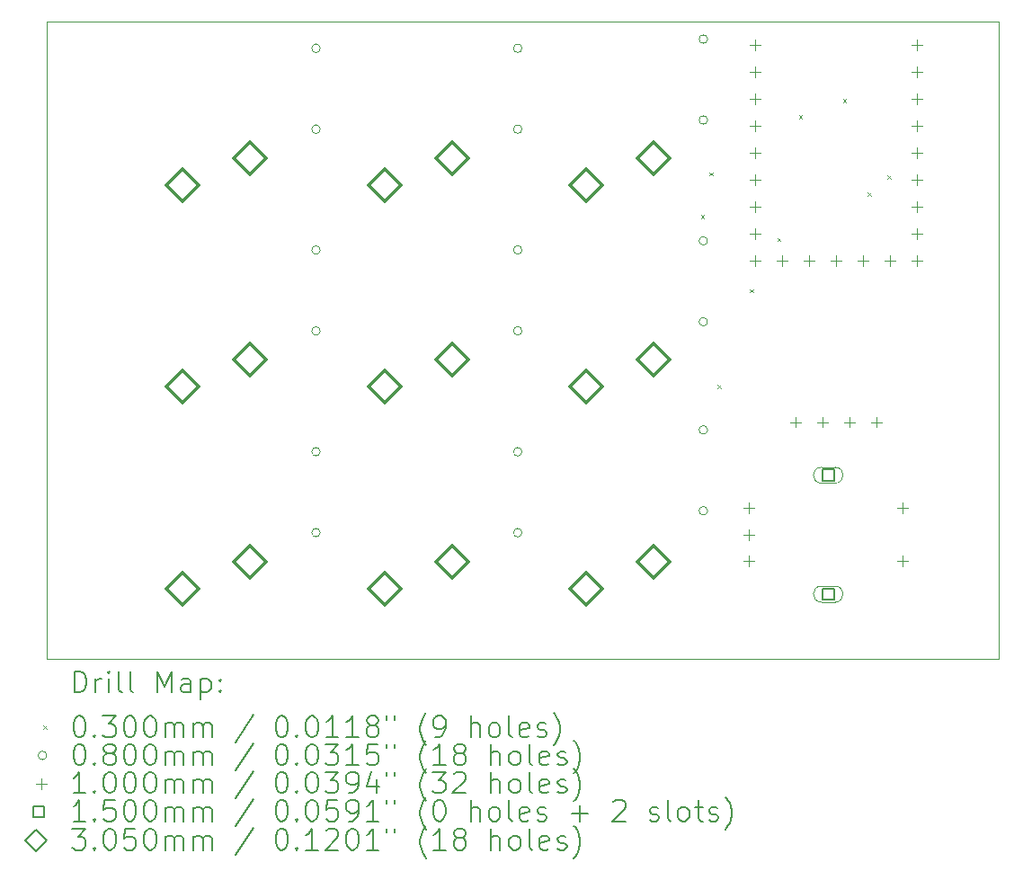
<source format=gbr>
%TF.GenerationSoftware,KiCad,Pcbnew,8.0.0*%
%TF.CreationDate,2024-03-13T01:24:21+05:30*%
%TF.ProjectId,CoryDora,436f7279-446f-4726-912e-6b696361645f,rev?*%
%TF.SameCoordinates,Original*%
%TF.FileFunction,Drillmap*%
%TF.FilePolarity,Positive*%
%FSLAX45Y45*%
G04 Gerber Fmt 4.5, Leading zero omitted, Abs format (unit mm)*
G04 Created by KiCad (PCBNEW 8.0.0) date 2024-03-13 01:24:21*
%MOMM*%
%LPD*%
G01*
G04 APERTURE LIST*
%ADD10C,0.050000*%
%ADD11C,0.200000*%
%ADD12C,0.100000*%
%ADD13C,0.150000*%
%ADD14C,0.305000*%
G04 APERTURE END LIST*
D10*
X8130540Y-8562286D02*
X17091660Y-8562286D01*
X17091660Y-14571926D01*
X8130540Y-14571926D01*
X8130540Y-8562286D01*
D11*
D12*
X14290280Y-10388786D02*
X14320280Y-10418786D01*
X14320280Y-10388786D02*
X14290280Y-10418786D01*
X14371560Y-9984926D02*
X14401560Y-10014926D01*
X14401560Y-9984926D02*
X14371560Y-10014926D01*
X14445220Y-11986446D02*
X14475220Y-12016446D01*
X14475220Y-11986446D02*
X14445220Y-12016446D01*
X14752560Y-11087286D02*
X14782560Y-11117286D01*
X14782560Y-11087286D02*
X14752560Y-11117286D01*
X15009100Y-10604686D02*
X15039100Y-10634686D01*
X15039100Y-10604686D02*
X15009100Y-10634686D01*
X15214840Y-9448986D02*
X15244840Y-9478986D01*
X15244840Y-9448986D02*
X15214840Y-9478986D01*
X15628860Y-9294046D02*
X15658860Y-9324046D01*
X15658860Y-9294046D02*
X15628860Y-9324046D01*
X15860000Y-10175426D02*
X15890000Y-10205426D01*
X15890000Y-10175426D02*
X15860000Y-10205426D01*
X16045420Y-10015406D02*
X16075420Y-10045406D01*
X16075420Y-10015406D02*
X16045420Y-10045406D01*
X10704500Y-8817326D02*
G75*
G02*
X10624500Y-8817326I-40000J0D01*
G01*
X10624500Y-8817326D02*
G75*
G02*
X10704500Y-8817326I40000J0D01*
G01*
X10704500Y-9579326D02*
G75*
G02*
X10624500Y-9579326I-40000J0D01*
G01*
X10624500Y-9579326D02*
G75*
G02*
X10704500Y-9579326I40000J0D01*
G01*
X10704500Y-10717326D02*
G75*
G02*
X10624500Y-10717326I-40000J0D01*
G01*
X10624500Y-10717326D02*
G75*
G02*
X10704500Y-10717326I40000J0D01*
G01*
X10704500Y-11479326D02*
G75*
G02*
X10624500Y-11479326I-40000J0D01*
G01*
X10624500Y-11479326D02*
G75*
G02*
X10704500Y-11479326I40000J0D01*
G01*
X10704500Y-12617326D02*
G75*
G02*
X10624500Y-12617326I-40000J0D01*
G01*
X10624500Y-12617326D02*
G75*
G02*
X10704500Y-12617326I40000J0D01*
G01*
X10704500Y-13379326D02*
G75*
G02*
X10624500Y-13379326I-40000J0D01*
G01*
X10624500Y-13379326D02*
G75*
G02*
X10704500Y-13379326I40000J0D01*
G01*
X12604500Y-8817326D02*
G75*
G02*
X12524500Y-8817326I-40000J0D01*
G01*
X12524500Y-8817326D02*
G75*
G02*
X12604500Y-8817326I40000J0D01*
G01*
X12604500Y-9579326D02*
G75*
G02*
X12524500Y-9579326I-40000J0D01*
G01*
X12524500Y-9579326D02*
G75*
G02*
X12604500Y-9579326I40000J0D01*
G01*
X12604500Y-10717326D02*
G75*
G02*
X12524500Y-10717326I-40000J0D01*
G01*
X12524500Y-10717326D02*
G75*
G02*
X12604500Y-10717326I40000J0D01*
G01*
X12604500Y-11479326D02*
G75*
G02*
X12524500Y-11479326I-40000J0D01*
G01*
X12524500Y-11479326D02*
G75*
G02*
X12604500Y-11479326I40000J0D01*
G01*
X12604500Y-12617326D02*
G75*
G02*
X12524500Y-12617326I-40000J0D01*
G01*
X12524500Y-12617326D02*
G75*
G02*
X12604500Y-12617326I40000J0D01*
G01*
X12604500Y-13379326D02*
G75*
G02*
X12524500Y-13379326I-40000J0D01*
G01*
X12524500Y-13379326D02*
G75*
G02*
X12604500Y-13379326I40000J0D01*
G01*
X14352593Y-8731282D02*
G75*
G02*
X14272593Y-8731282I-40000J0D01*
G01*
X14272593Y-8731282D02*
G75*
G02*
X14352593Y-8731282I40000J0D01*
G01*
X14352593Y-9493282D02*
G75*
G02*
X14272593Y-9493282I-40000J0D01*
G01*
X14272593Y-9493282D02*
G75*
G02*
X14352593Y-9493282I40000J0D01*
G01*
X14352593Y-10631282D02*
G75*
G02*
X14272593Y-10631282I-40000J0D01*
G01*
X14272593Y-10631282D02*
G75*
G02*
X14352593Y-10631282I40000J0D01*
G01*
X14352593Y-11393282D02*
G75*
G02*
X14272593Y-11393282I-40000J0D01*
G01*
X14272593Y-11393282D02*
G75*
G02*
X14352593Y-11393282I40000J0D01*
G01*
X14352593Y-12412282D02*
G75*
G02*
X14272593Y-12412282I-40000J0D01*
G01*
X14272593Y-12412282D02*
G75*
G02*
X14352593Y-12412282I40000J0D01*
G01*
X14352593Y-13174282D02*
G75*
G02*
X14272593Y-13174282I-40000J0D01*
G01*
X14272593Y-13174282D02*
G75*
G02*
X14352593Y-13174282I40000J0D01*
G01*
X14739500Y-13098326D02*
X14739500Y-13198326D01*
X14689500Y-13148326D02*
X14789500Y-13148326D01*
X14739500Y-13348326D02*
X14739500Y-13448326D01*
X14689500Y-13398326D02*
X14789500Y-13398326D01*
X14739500Y-13598326D02*
X14739500Y-13698326D01*
X14689500Y-13648326D02*
X14789500Y-13648326D01*
X14802500Y-8738715D02*
X14802500Y-8838715D01*
X14752500Y-8788715D02*
X14852500Y-8788715D01*
X14802500Y-8992715D02*
X14802500Y-9092715D01*
X14752500Y-9042715D02*
X14852500Y-9042715D01*
X14802500Y-9246715D02*
X14802500Y-9346715D01*
X14752500Y-9296715D02*
X14852500Y-9296715D01*
X14802500Y-9500715D02*
X14802500Y-9600715D01*
X14752500Y-9550715D02*
X14852500Y-9550715D01*
X14802500Y-9754715D02*
X14802500Y-9854715D01*
X14752500Y-9804715D02*
X14852500Y-9804715D01*
X14802500Y-10008715D02*
X14802500Y-10108715D01*
X14752500Y-10058715D02*
X14852500Y-10058715D01*
X14802500Y-10262715D02*
X14802500Y-10362715D01*
X14752500Y-10312715D02*
X14852500Y-10312715D01*
X14802500Y-10516715D02*
X14802500Y-10616715D01*
X14752500Y-10566715D02*
X14852500Y-10566715D01*
X14802500Y-10770715D02*
X14802500Y-10870715D01*
X14752500Y-10820715D02*
X14852500Y-10820715D01*
X15056500Y-10770715D02*
X15056500Y-10870715D01*
X15006500Y-10820715D02*
X15106500Y-10820715D01*
X15182500Y-12288326D02*
X15182500Y-12388326D01*
X15132500Y-12338326D02*
X15232500Y-12338326D01*
X15310500Y-10770715D02*
X15310500Y-10870715D01*
X15260500Y-10820715D02*
X15360500Y-10820715D01*
X15436500Y-12288326D02*
X15436500Y-12388326D01*
X15386500Y-12338326D02*
X15486500Y-12338326D01*
X15564500Y-10770715D02*
X15564500Y-10870715D01*
X15514500Y-10820715D02*
X15614500Y-10820715D01*
X15690500Y-12288326D02*
X15690500Y-12388326D01*
X15640500Y-12338326D02*
X15740500Y-12338326D01*
X15818500Y-10770715D02*
X15818500Y-10870715D01*
X15768500Y-10820715D02*
X15868500Y-10820715D01*
X15944500Y-12288326D02*
X15944500Y-12388326D01*
X15894500Y-12338326D02*
X15994500Y-12338326D01*
X16072500Y-10770715D02*
X16072500Y-10870715D01*
X16022500Y-10820715D02*
X16122500Y-10820715D01*
X16189500Y-13098326D02*
X16189500Y-13198326D01*
X16139500Y-13148326D02*
X16239500Y-13148326D01*
X16189500Y-13598326D02*
X16189500Y-13698326D01*
X16139500Y-13648326D02*
X16239500Y-13648326D01*
X16326500Y-8738715D02*
X16326500Y-8838715D01*
X16276500Y-8788715D02*
X16376500Y-8788715D01*
X16326500Y-8992715D02*
X16326500Y-9092715D01*
X16276500Y-9042715D02*
X16376500Y-9042715D01*
X16326500Y-9246715D02*
X16326500Y-9346715D01*
X16276500Y-9296715D02*
X16376500Y-9296715D01*
X16326500Y-9500715D02*
X16326500Y-9600715D01*
X16276500Y-9550715D02*
X16376500Y-9550715D01*
X16326500Y-9754715D02*
X16326500Y-9854715D01*
X16276500Y-9804715D02*
X16376500Y-9804715D01*
X16326500Y-10008715D02*
X16326500Y-10108715D01*
X16276500Y-10058715D02*
X16376500Y-10058715D01*
X16326500Y-10262715D02*
X16326500Y-10362715D01*
X16276500Y-10312715D02*
X16376500Y-10312715D01*
X16326500Y-10516715D02*
X16326500Y-10616715D01*
X16276500Y-10566715D02*
X16376500Y-10566715D01*
X16326500Y-10770715D02*
X16326500Y-10870715D01*
X16276500Y-10820715D02*
X16376500Y-10820715D01*
D13*
X15542533Y-12891360D02*
X15542533Y-12785293D01*
X15436466Y-12785293D01*
X15436466Y-12891360D01*
X15542533Y-12891360D01*
D12*
X15424500Y-12913326D02*
X15554500Y-12913326D01*
X15554500Y-12763326D02*
G75*
G02*
X15554500Y-12913326I0J-75000D01*
G01*
X15554500Y-12763326D02*
X15424500Y-12763326D01*
X15424500Y-12763326D02*
G75*
G03*
X15424500Y-12913326I0J-75000D01*
G01*
D13*
X15542533Y-14011360D02*
X15542533Y-13905293D01*
X15436466Y-13905293D01*
X15436466Y-14011360D01*
X15542533Y-14011360D01*
D12*
X15424500Y-14033326D02*
X15554500Y-14033326D01*
X15554500Y-13883326D02*
G75*
G02*
X15554500Y-14033326I0J-75000D01*
G01*
X15554500Y-13883326D02*
X15424500Y-13883326D01*
X15424500Y-13883326D02*
G75*
G03*
X15424500Y-14033326I0J-75000D01*
G01*
D14*
X9410500Y-10258826D02*
X9563000Y-10106326D01*
X9410500Y-9953826D01*
X9258000Y-10106326D01*
X9410500Y-10258826D01*
X9410500Y-12158826D02*
X9563000Y-12006326D01*
X9410500Y-11853826D01*
X9258000Y-12006326D01*
X9410500Y-12158826D01*
X9410500Y-14063826D02*
X9563000Y-13911326D01*
X9410500Y-13758826D01*
X9258000Y-13911326D01*
X9410500Y-14063826D01*
X10045500Y-10004826D02*
X10198000Y-9852326D01*
X10045500Y-9699826D01*
X9893000Y-9852326D01*
X10045500Y-10004826D01*
X10045500Y-11904826D02*
X10198000Y-11752326D01*
X10045500Y-11599826D01*
X9893000Y-11752326D01*
X10045500Y-11904826D01*
X10045500Y-13809826D02*
X10198000Y-13657326D01*
X10045500Y-13504826D01*
X9893000Y-13657326D01*
X10045500Y-13809826D01*
X11310500Y-10258826D02*
X11463000Y-10106326D01*
X11310500Y-9953826D01*
X11158000Y-10106326D01*
X11310500Y-10258826D01*
X11310500Y-12158826D02*
X11463000Y-12006326D01*
X11310500Y-11853826D01*
X11158000Y-12006326D01*
X11310500Y-12158826D01*
X11310500Y-14063826D02*
X11463000Y-13911326D01*
X11310500Y-13758826D01*
X11158000Y-13911326D01*
X11310500Y-14063826D01*
X11945500Y-10004826D02*
X12098000Y-9852326D01*
X11945500Y-9699826D01*
X11793000Y-9852326D01*
X11945500Y-10004826D01*
X11945500Y-11904826D02*
X12098000Y-11752326D01*
X11945500Y-11599826D01*
X11793000Y-11752326D01*
X11945500Y-11904826D01*
X11945500Y-13809826D02*
X12098000Y-13657326D01*
X11945500Y-13504826D01*
X11793000Y-13657326D01*
X11945500Y-13809826D01*
X13210500Y-10258826D02*
X13363000Y-10106326D01*
X13210500Y-9953826D01*
X13058000Y-10106326D01*
X13210500Y-10258826D01*
X13210500Y-12158826D02*
X13363000Y-12006326D01*
X13210500Y-11853826D01*
X13058000Y-12006326D01*
X13210500Y-12158826D01*
X13210500Y-14063826D02*
X13363000Y-13911326D01*
X13210500Y-13758826D01*
X13058000Y-13911326D01*
X13210500Y-14063826D01*
X13845500Y-10004826D02*
X13998000Y-9852326D01*
X13845500Y-9699826D01*
X13693000Y-9852326D01*
X13845500Y-10004826D01*
X13845500Y-11904826D02*
X13998000Y-11752326D01*
X13845500Y-11599826D01*
X13693000Y-11752326D01*
X13845500Y-11904826D01*
X13845500Y-13809826D02*
X13998000Y-13657326D01*
X13845500Y-13504826D01*
X13693000Y-13657326D01*
X13845500Y-13809826D01*
D11*
X8388817Y-14885910D02*
X8388817Y-14685910D01*
X8388817Y-14685910D02*
X8436436Y-14685910D01*
X8436436Y-14685910D02*
X8465007Y-14695434D01*
X8465007Y-14695434D02*
X8484055Y-14714481D01*
X8484055Y-14714481D02*
X8493579Y-14733529D01*
X8493579Y-14733529D02*
X8503103Y-14771624D01*
X8503103Y-14771624D02*
X8503103Y-14800196D01*
X8503103Y-14800196D02*
X8493579Y-14838291D01*
X8493579Y-14838291D02*
X8484055Y-14857338D01*
X8484055Y-14857338D02*
X8465007Y-14876386D01*
X8465007Y-14876386D02*
X8436436Y-14885910D01*
X8436436Y-14885910D02*
X8388817Y-14885910D01*
X8588817Y-14885910D02*
X8588817Y-14752577D01*
X8588817Y-14790672D02*
X8598341Y-14771624D01*
X8598341Y-14771624D02*
X8607864Y-14762100D01*
X8607864Y-14762100D02*
X8626912Y-14752577D01*
X8626912Y-14752577D02*
X8645960Y-14752577D01*
X8712626Y-14885910D02*
X8712626Y-14752577D01*
X8712626Y-14685910D02*
X8703103Y-14695434D01*
X8703103Y-14695434D02*
X8712626Y-14704958D01*
X8712626Y-14704958D02*
X8722150Y-14695434D01*
X8722150Y-14695434D02*
X8712626Y-14685910D01*
X8712626Y-14685910D02*
X8712626Y-14704958D01*
X8836436Y-14885910D02*
X8817388Y-14876386D01*
X8817388Y-14876386D02*
X8807864Y-14857338D01*
X8807864Y-14857338D02*
X8807864Y-14685910D01*
X8941198Y-14885910D02*
X8922150Y-14876386D01*
X8922150Y-14876386D02*
X8912626Y-14857338D01*
X8912626Y-14857338D02*
X8912626Y-14685910D01*
X9169769Y-14885910D02*
X9169769Y-14685910D01*
X9169769Y-14685910D02*
X9236436Y-14828767D01*
X9236436Y-14828767D02*
X9303103Y-14685910D01*
X9303103Y-14685910D02*
X9303103Y-14885910D01*
X9484055Y-14885910D02*
X9484055Y-14781148D01*
X9484055Y-14781148D02*
X9474531Y-14762100D01*
X9474531Y-14762100D02*
X9455484Y-14752577D01*
X9455484Y-14752577D02*
X9417388Y-14752577D01*
X9417388Y-14752577D02*
X9398341Y-14762100D01*
X9484055Y-14876386D02*
X9465007Y-14885910D01*
X9465007Y-14885910D02*
X9417388Y-14885910D01*
X9417388Y-14885910D02*
X9398341Y-14876386D01*
X9398341Y-14876386D02*
X9388817Y-14857338D01*
X9388817Y-14857338D02*
X9388817Y-14838291D01*
X9388817Y-14838291D02*
X9398341Y-14819243D01*
X9398341Y-14819243D02*
X9417388Y-14809719D01*
X9417388Y-14809719D02*
X9465007Y-14809719D01*
X9465007Y-14809719D02*
X9484055Y-14800196D01*
X9579293Y-14752577D02*
X9579293Y-14952577D01*
X9579293Y-14762100D02*
X9598341Y-14752577D01*
X9598341Y-14752577D02*
X9636436Y-14752577D01*
X9636436Y-14752577D02*
X9655484Y-14762100D01*
X9655484Y-14762100D02*
X9665007Y-14771624D01*
X9665007Y-14771624D02*
X9674531Y-14790672D01*
X9674531Y-14790672D02*
X9674531Y-14847815D01*
X9674531Y-14847815D02*
X9665007Y-14866862D01*
X9665007Y-14866862D02*
X9655484Y-14876386D01*
X9655484Y-14876386D02*
X9636436Y-14885910D01*
X9636436Y-14885910D02*
X9598341Y-14885910D01*
X9598341Y-14885910D02*
X9579293Y-14876386D01*
X9760245Y-14866862D02*
X9769769Y-14876386D01*
X9769769Y-14876386D02*
X9760245Y-14885910D01*
X9760245Y-14885910D02*
X9750722Y-14876386D01*
X9750722Y-14876386D02*
X9760245Y-14866862D01*
X9760245Y-14866862D02*
X9760245Y-14885910D01*
X9760245Y-14762100D02*
X9769769Y-14771624D01*
X9769769Y-14771624D02*
X9760245Y-14781148D01*
X9760245Y-14781148D02*
X9750722Y-14771624D01*
X9750722Y-14771624D02*
X9760245Y-14762100D01*
X9760245Y-14762100D02*
X9760245Y-14781148D01*
D12*
X8098040Y-15199426D02*
X8128040Y-15229426D01*
X8128040Y-15199426D02*
X8098040Y-15229426D01*
D11*
X8426912Y-15105910D02*
X8445960Y-15105910D01*
X8445960Y-15105910D02*
X8465007Y-15115434D01*
X8465007Y-15115434D02*
X8474531Y-15124958D01*
X8474531Y-15124958D02*
X8484055Y-15144005D01*
X8484055Y-15144005D02*
X8493579Y-15182100D01*
X8493579Y-15182100D02*
X8493579Y-15229719D01*
X8493579Y-15229719D02*
X8484055Y-15267815D01*
X8484055Y-15267815D02*
X8474531Y-15286862D01*
X8474531Y-15286862D02*
X8465007Y-15296386D01*
X8465007Y-15296386D02*
X8445960Y-15305910D01*
X8445960Y-15305910D02*
X8426912Y-15305910D01*
X8426912Y-15305910D02*
X8407864Y-15296386D01*
X8407864Y-15296386D02*
X8398341Y-15286862D01*
X8398341Y-15286862D02*
X8388817Y-15267815D01*
X8388817Y-15267815D02*
X8379293Y-15229719D01*
X8379293Y-15229719D02*
X8379293Y-15182100D01*
X8379293Y-15182100D02*
X8388817Y-15144005D01*
X8388817Y-15144005D02*
X8398341Y-15124958D01*
X8398341Y-15124958D02*
X8407864Y-15115434D01*
X8407864Y-15115434D02*
X8426912Y-15105910D01*
X8579293Y-15286862D02*
X8588817Y-15296386D01*
X8588817Y-15296386D02*
X8579293Y-15305910D01*
X8579293Y-15305910D02*
X8569769Y-15296386D01*
X8569769Y-15296386D02*
X8579293Y-15286862D01*
X8579293Y-15286862D02*
X8579293Y-15305910D01*
X8655484Y-15105910D02*
X8779293Y-15105910D01*
X8779293Y-15105910D02*
X8712626Y-15182100D01*
X8712626Y-15182100D02*
X8741198Y-15182100D01*
X8741198Y-15182100D02*
X8760245Y-15191624D01*
X8760245Y-15191624D02*
X8769769Y-15201148D01*
X8769769Y-15201148D02*
X8779293Y-15220196D01*
X8779293Y-15220196D02*
X8779293Y-15267815D01*
X8779293Y-15267815D02*
X8769769Y-15286862D01*
X8769769Y-15286862D02*
X8760245Y-15296386D01*
X8760245Y-15296386D02*
X8741198Y-15305910D01*
X8741198Y-15305910D02*
X8684055Y-15305910D01*
X8684055Y-15305910D02*
X8665007Y-15296386D01*
X8665007Y-15296386D02*
X8655484Y-15286862D01*
X8903103Y-15105910D02*
X8922150Y-15105910D01*
X8922150Y-15105910D02*
X8941198Y-15115434D01*
X8941198Y-15115434D02*
X8950722Y-15124958D01*
X8950722Y-15124958D02*
X8960245Y-15144005D01*
X8960245Y-15144005D02*
X8969769Y-15182100D01*
X8969769Y-15182100D02*
X8969769Y-15229719D01*
X8969769Y-15229719D02*
X8960245Y-15267815D01*
X8960245Y-15267815D02*
X8950722Y-15286862D01*
X8950722Y-15286862D02*
X8941198Y-15296386D01*
X8941198Y-15296386D02*
X8922150Y-15305910D01*
X8922150Y-15305910D02*
X8903103Y-15305910D01*
X8903103Y-15305910D02*
X8884055Y-15296386D01*
X8884055Y-15296386D02*
X8874531Y-15286862D01*
X8874531Y-15286862D02*
X8865007Y-15267815D01*
X8865007Y-15267815D02*
X8855484Y-15229719D01*
X8855484Y-15229719D02*
X8855484Y-15182100D01*
X8855484Y-15182100D02*
X8865007Y-15144005D01*
X8865007Y-15144005D02*
X8874531Y-15124958D01*
X8874531Y-15124958D02*
X8884055Y-15115434D01*
X8884055Y-15115434D02*
X8903103Y-15105910D01*
X9093579Y-15105910D02*
X9112626Y-15105910D01*
X9112626Y-15105910D02*
X9131674Y-15115434D01*
X9131674Y-15115434D02*
X9141198Y-15124958D01*
X9141198Y-15124958D02*
X9150722Y-15144005D01*
X9150722Y-15144005D02*
X9160245Y-15182100D01*
X9160245Y-15182100D02*
X9160245Y-15229719D01*
X9160245Y-15229719D02*
X9150722Y-15267815D01*
X9150722Y-15267815D02*
X9141198Y-15286862D01*
X9141198Y-15286862D02*
X9131674Y-15296386D01*
X9131674Y-15296386D02*
X9112626Y-15305910D01*
X9112626Y-15305910D02*
X9093579Y-15305910D01*
X9093579Y-15305910D02*
X9074531Y-15296386D01*
X9074531Y-15296386D02*
X9065007Y-15286862D01*
X9065007Y-15286862D02*
X9055484Y-15267815D01*
X9055484Y-15267815D02*
X9045960Y-15229719D01*
X9045960Y-15229719D02*
X9045960Y-15182100D01*
X9045960Y-15182100D02*
X9055484Y-15144005D01*
X9055484Y-15144005D02*
X9065007Y-15124958D01*
X9065007Y-15124958D02*
X9074531Y-15115434D01*
X9074531Y-15115434D02*
X9093579Y-15105910D01*
X9245960Y-15305910D02*
X9245960Y-15172577D01*
X9245960Y-15191624D02*
X9255484Y-15182100D01*
X9255484Y-15182100D02*
X9274531Y-15172577D01*
X9274531Y-15172577D02*
X9303103Y-15172577D01*
X9303103Y-15172577D02*
X9322150Y-15182100D01*
X9322150Y-15182100D02*
X9331674Y-15201148D01*
X9331674Y-15201148D02*
X9331674Y-15305910D01*
X9331674Y-15201148D02*
X9341198Y-15182100D01*
X9341198Y-15182100D02*
X9360245Y-15172577D01*
X9360245Y-15172577D02*
X9388817Y-15172577D01*
X9388817Y-15172577D02*
X9407865Y-15182100D01*
X9407865Y-15182100D02*
X9417388Y-15201148D01*
X9417388Y-15201148D02*
X9417388Y-15305910D01*
X9512626Y-15305910D02*
X9512626Y-15172577D01*
X9512626Y-15191624D02*
X9522150Y-15182100D01*
X9522150Y-15182100D02*
X9541198Y-15172577D01*
X9541198Y-15172577D02*
X9569769Y-15172577D01*
X9569769Y-15172577D02*
X9588817Y-15182100D01*
X9588817Y-15182100D02*
X9598341Y-15201148D01*
X9598341Y-15201148D02*
X9598341Y-15305910D01*
X9598341Y-15201148D02*
X9607865Y-15182100D01*
X9607865Y-15182100D02*
X9626912Y-15172577D01*
X9626912Y-15172577D02*
X9655484Y-15172577D01*
X9655484Y-15172577D02*
X9674531Y-15182100D01*
X9674531Y-15182100D02*
X9684055Y-15201148D01*
X9684055Y-15201148D02*
X9684055Y-15305910D01*
X10074531Y-15096386D02*
X9903103Y-15353529D01*
X10331674Y-15105910D02*
X10350722Y-15105910D01*
X10350722Y-15105910D02*
X10369769Y-15115434D01*
X10369769Y-15115434D02*
X10379293Y-15124958D01*
X10379293Y-15124958D02*
X10388817Y-15144005D01*
X10388817Y-15144005D02*
X10398341Y-15182100D01*
X10398341Y-15182100D02*
X10398341Y-15229719D01*
X10398341Y-15229719D02*
X10388817Y-15267815D01*
X10388817Y-15267815D02*
X10379293Y-15286862D01*
X10379293Y-15286862D02*
X10369769Y-15296386D01*
X10369769Y-15296386D02*
X10350722Y-15305910D01*
X10350722Y-15305910D02*
X10331674Y-15305910D01*
X10331674Y-15305910D02*
X10312627Y-15296386D01*
X10312627Y-15296386D02*
X10303103Y-15286862D01*
X10303103Y-15286862D02*
X10293579Y-15267815D01*
X10293579Y-15267815D02*
X10284055Y-15229719D01*
X10284055Y-15229719D02*
X10284055Y-15182100D01*
X10284055Y-15182100D02*
X10293579Y-15144005D01*
X10293579Y-15144005D02*
X10303103Y-15124958D01*
X10303103Y-15124958D02*
X10312627Y-15115434D01*
X10312627Y-15115434D02*
X10331674Y-15105910D01*
X10484055Y-15286862D02*
X10493579Y-15296386D01*
X10493579Y-15296386D02*
X10484055Y-15305910D01*
X10484055Y-15305910D02*
X10474531Y-15296386D01*
X10474531Y-15296386D02*
X10484055Y-15286862D01*
X10484055Y-15286862D02*
X10484055Y-15305910D01*
X10617388Y-15105910D02*
X10636436Y-15105910D01*
X10636436Y-15105910D02*
X10655484Y-15115434D01*
X10655484Y-15115434D02*
X10665008Y-15124958D01*
X10665008Y-15124958D02*
X10674531Y-15144005D01*
X10674531Y-15144005D02*
X10684055Y-15182100D01*
X10684055Y-15182100D02*
X10684055Y-15229719D01*
X10684055Y-15229719D02*
X10674531Y-15267815D01*
X10674531Y-15267815D02*
X10665008Y-15286862D01*
X10665008Y-15286862D02*
X10655484Y-15296386D01*
X10655484Y-15296386D02*
X10636436Y-15305910D01*
X10636436Y-15305910D02*
X10617388Y-15305910D01*
X10617388Y-15305910D02*
X10598341Y-15296386D01*
X10598341Y-15296386D02*
X10588817Y-15286862D01*
X10588817Y-15286862D02*
X10579293Y-15267815D01*
X10579293Y-15267815D02*
X10569769Y-15229719D01*
X10569769Y-15229719D02*
X10569769Y-15182100D01*
X10569769Y-15182100D02*
X10579293Y-15144005D01*
X10579293Y-15144005D02*
X10588817Y-15124958D01*
X10588817Y-15124958D02*
X10598341Y-15115434D01*
X10598341Y-15115434D02*
X10617388Y-15105910D01*
X10874531Y-15305910D02*
X10760246Y-15305910D01*
X10817388Y-15305910D02*
X10817388Y-15105910D01*
X10817388Y-15105910D02*
X10798341Y-15134481D01*
X10798341Y-15134481D02*
X10779293Y-15153529D01*
X10779293Y-15153529D02*
X10760246Y-15163053D01*
X11065008Y-15305910D02*
X10950722Y-15305910D01*
X11007865Y-15305910D02*
X11007865Y-15105910D01*
X11007865Y-15105910D02*
X10988817Y-15134481D01*
X10988817Y-15134481D02*
X10969769Y-15153529D01*
X10969769Y-15153529D02*
X10950722Y-15163053D01*
X11179293Y-15191624D02*
X11160246Y-15182100D01*
X11160246Y-15182100D02*
X11150722Y-15172577D01*
X11150722Y-15172577D02*
X11141198Y-15153529D01*
X11141198Y-15153529D02*
X11141198Y-15144005D01*
X11141198Y-15144005D02*
X11150722Y-15124958D01*
X11150722Y-15124958D02*
X11160246Y-15115434D01*
X11160246Y-15115434D02*
X11179293Y-15105910D01*
X11179293Y-15105910D02*
X11217388Y-15105910D01*
X11217388Y-15105910D02*
X11236436Y-15115434D01*
X11236436Y-15115434D02*
X11245960Y-15124958D01*
X11245960Y-15124958D02*
X11255484Y-15144005D01*
X11255484Y-15144005D02*
X11255484Y-15153529D01*
X11255484Y-15153529D02*
X11245960Y-15172577D01*
X11245960Y-15172577D02*
X11236436Y-15182100D01*
X11236436Y-15182100D02*
X11217388Y-15191624D01*
X11217388Y-15191624D02*
X11179293Y-15191624D01*
X11179293Y-15191624D02*
X11160246Y-15201148D01*
X11160246Y-15201148D02*
X11150722Y-15210672D01*
X11150722Y-15210672D02*
X11141198Y-15229719D01*
X11141198Y-15229719D02*
X11141198Y-15267815D01*
X11141198Y-15267815D02*
X11150722Y-15286862D01*
X11150722Y-15286862D02*
X11160246Y-15296386D01*
X11160246Y-15296386D02*
X11179293Y-15305910D01*
X11179293Y-15305910D02*
X11217388Y-15305910D01*
X11217388Y-15305910D02*
X11236436Y-15296386D01*
X11236436Y-15296386D02*
X11245960Y-15286862D01*
X11245960Y-15286862D02*
X11255484Y-15267815D01*
X11255484Y-15267815D02*
X11255484Y-15229719D01*
X11255484Y-15229719D02*
X11245960Y-15210672D01*
X11245960Y-15210672D02*
X11236436Y-15201148D01*
X11236436Y-15201148D02*
X11217388Y-15191624D01*
X11331674Y-15105910D02*
X11331674Y-15144005D01*
X11407865Y-15105910D02*
X11407865Y-15144005D01*
X11703103Y-15382100D02*
X11693579Y-15372577D01*
X11693579Y-15372577D02*
X11674531Y-15344005D01*
X11674531Y-15344005D02*
X11665008Y-15324958D01*
X11665008Y-15324958D02*
X11655484Y-15296386D01*
X11655484Y-15296386D02*
X11645960Y-15248767D01*
X11645960Y-15248767D02*
X11645960Y-15210672D01*
X11645960Y-15210672D02*
X11655484Y-15163053D01*
X11655484Y-15163053D02*
X11665008Y-15134481D01*
X11665008Y-15134481D02*
X11674531Y-15115434D01*
X11674531Y-15115434D02*
X11693579Y-15086862D01*
X11693579Y-15086862D02*
X11703103Y-15077338D01*
X11788817Y-15305910D02*
X11826912Y-15305910D01*
X11826912Y-15305910D02*
X11845960Y-15296386D01*
X11845960Y-15296386D02*
X11855484Y-15286862D01*
X11855484Y-15286862D02*
X11874531Y-15258291D01*
X11874531Y-15258291D02*
X11884055Y-15220196D01*
X11884055Y-15220196D02*
X11884055Y-15144005D01*
X11884055Y-15144005D02*
X11874531Y-15124958D01*
X11874531Y-15124958D02*
X11865008Y-15115434D01*
X11865008Y-15115434D02*
X11845960Y-15105910D01*
X11845960Y-15105910D02*
X11807865Y-15105910D01*
X11807865Y-15105910D02*
X11788817Y-15115434D01*
X11788817Y-15115434D02*
X11779293Y-15124958D01*
X11779293Y-15124958D02*
X11769769Y-15144005D01*
X11769769Y-15144005D02*
X11769769Y-15191624D01*
X11769769Y-15191624D02*
X11779293Y-15210672D01*
X11779293Y-15210672D02*
X11788817Y-15220196D01*
X11788817Y-15220196D02*
X11807865Y-15229719D01*
X11807865Y-15229719D02*
X11845960Y-15229719D01*
X11845960Y-15229719D02*
X11865008Y-15220196D01*
X11865008Y-15220196D02*
X11874531Y-15210672D01*
X11874531Y-15210672D02*
X11884055Y-15191624D01*
X12122150Y-15305910D02*
X12122150Y-15105910D01*
X12207865Y-15305910D02*
X12207865Y-15201148D01*
X12207865Y-15201148D02*
X12198341Y-15182100D01*
X12198341Y-15182100D02*
X12179293Y-15172577D01*
X12179293Y-15172577D02*
X12150722Y-15172577D01*
X12150722Y-15172577D02*
X12131674Y-15182100D01*
X12131674Y-15182100D02*
X12122150Y-15191624D01*
X12331674Y-15305910D02*
X12312627Y-15296386D01*
X12312627Y-15296386D02*
X12303103Y-15286862D01*
X12303103Y-15286862D02*
X12293579Y-15267815D01*
X12293579Y-15267815D02*
X12293579Y-15210672D01*
X12293579Y-15210672D02*
X12303103Y-15191624D01*
X12303103Y-15191624D02*
X12312627Y-15182100D01*
X12312627Y-15182100D02*
X12331674Y-15172577D01*
X12331674Y-15172577D02*
X12360246Y-15172577D01*
X12360246Y-15172577D02*
X12379293Y-15182100D01*
X12379293Y-15182100D02*
X12388817Y-15191624D01*
X12388817Y-15191624D02*
X12398341Y-15210672D01*
X12398341Y-15210672D02*
X12398341Y-15267815D01*
X12398341Y-15267815D02*
X12388817Y-15286862D01*
X12388817Y-15286862D02*
X12379293Y-15296386D01*
X12379293Y-15296386D02*
X12360246Y-15305910D01*
X12360246Y-15305910D02*
X12331674Y-15305910D01*
X12512627Y-15305910D02*
X12493579Y-15296386D01*
X12493579Y-15296386D02*
X12484055Y-15277338D01*
X12484055Y-15277338D02*
X12484055Y-15105910D01*
X12665008Y-15296386D02*
X12645960Y-15305910D01*
X12645960Y-15305910D02*
X12607865Y-15305910D01*
X12607865Y-15305910D02*
X12588817Y-15296386D01*
X12588817Y-15296386D02*
X12579293Y-15277338D01*
X12579293Y-15277338D02*
X12579293Y-15201148D01*
X12579293Y-15201148D02*
X12588817Y-15182100D01*
X12588817Y-15182100D02*
X12607865Y-15172577D01*
X12607865Y-15172577D02*
X12645960Y-15172577D01*
X12645960Y-15172577D02*
X12665008Y-15182100D01*
X12665008Y-15182100D02*
X12674531Y-15201148D01*
X12674531Y-15201148D02*
X12674531Y-15220196D01*
X12674531Y-15220196D02*
X12579293Y-15239243D01*
X12750722Y-15296386D02*
X12769770Y-15305910D01*
X12769770Y-15305910D02*
X12807865Y-15305910D01*
X12807865Y-15305910D02*
X12826912Y-15296386D01*
X12826912Y-15296386D02*
X12836436Y-15277338D01*
X12836436Y-15277338D02*
X12836436Y-15267815D01*
X12836436Y-15267815D02*
X12826912Y-15248767D01*
X12826912Y-15248767D02*
X12807865Y-15239243D01*
X12807865Y-15239243D02*
X12779293Y-15239243D01*
X12779293Y-15239243D02*
X12760246Y-15229719D01*
X12760246Y-15229719D02*
X12750722Y-15210672D01*
X12750722Y-15210672D02*
X12750722Y-15201148D01*
X12750722Y-15201148D02*
X12760246Y-15182100D01*
X12760246Y-15182100D02*
X12779293Y-15172577D01*
X12779293Y-15172577D02*
X12807865Y-15172577D01*
X12807865Y-15172577D02*
X12826912Y-15182100D01*
X12903103Y-15382100D02*
X12912627Y-15372577D01*
X12912627Y-15372577D02*
X12931674Y-15344005D01*
X12931674Y-15344005D02*
X12941198Y-15324958D01*
X12941198Y-15324958D02*
X12950722Y-15296386D01*
X12950722Y-15296386D02*
X12960246Y-15248767D01*
X12960246Y-15248767D02*
X12960246Y-15210672D01*
X12960246Y-15210672D02*
X12950722Y-15163053D01*
X12950722Y-15163053D02*
X12941198Y-15134481D01*
X12941198Y-15134481D02*
X12931674Y-15115434D01*
X12931674Y-15115434D02*
X12912627Y-15086862D01*
X12912627Y-15086862D02*
X12903103Y-15077338D01*
D12*
X8128040Y-15478426D02*
G75*
G02*
X8048040Y-15478426I-40000J0D01*
G01*
X8048040Y-15478426D02*
G75*
G02*
X8128040Y-15478426I40000J0D01*
G01*
D11*
X8426912Y-15369910D02*
X8445960Y-15369910D01*
X8445960Y-15369910D02*
X8465007Y-15379434D01*
X8465007Y-15379434D02*
X8474531Y-15388958D01*
X8474531Y-15388958D02*
X8484055Y-15408005D01*
X8484055Y-15408005D02*
X8493579Y-15446100D01*
X8493579Y-15446100D02*
X8493579Y-15493719D01*
X8493579Y-15493719D02*
X8484055Y-15531815D01*
X8484055Y-15531815D02*
X8474531Y-15550862D01*
X8474531Y-15550862D02*
X8465007Y-15560386D01*
X8465007Y-15560386D02*
X8445960Y-15569910D01*
X8445960Y-15569910D02*
X8426912Y-15569910D01*
X8426912Y-15569910D02*
X8407864Y-15560386D01*
X8407864Y-15560386D02*
X8398341Y-15550862D01*
X8398341Y-15550862D02*
X8388817Y-15531815D01*
X8388817Y-15531815D02*
X8379293Y-15493719D01*
X8379293Y-15493719D02*
X8379293Y-15446100D01*
X8379293Y-15446100D02*
X8388817Y-15408005D01*
X8388817Y-15408005D02*
X8398341Y-15388958D01*
X8398341Y-15388958D02*
X8407864Y-15379434D01*
X8407864Y-15379434D02*
X8426912Y-15369910D01*
X8579293Y-15550862D02*
X8588817Y-15560386D01*
X8588817Y-15560386D02*
X8579293Y-15569910D01*
X8579293Y-15569910D02*
X8569769Y-15560386D01*
X8569769Y-15560386D02*
X8579293Y-15550862D01*
X8579293Y-15550862D02*
X8579293Y-15569910D01*
X8703103Y-15455624D02*
X8684055Y-15446100D01*
X8684055Y-15446100D02*
X8674531Y-15436577D01*
X8674531Y-15436577D02*
X8665007Y-15417529D01*
X8665007Y-15417529D02*
X8665007Y-15408005D01*
X8665007Y-15408005D02*
X8674531Y-15388958D01*
X8674531Y-15388958D02*
X8684055Y-15379434D01*
X8684055Y-15379434D02*
X8703103Y-15369910D01*
X8703103Y-15369910D02*
X8741198Y-15369910D01*
X8741198Y-15369910D02*
X8760245Y-15379434D01*
X8760245Y-15379434D02*
X8769769Y-15388958D01*
X8769769Y-15388958D02*
X8779293Y-15408005D01*
X8779293Y-15408005D02*
X8779293Y-15417529D01*
X8779293Y-15417529D02*
X8769769Y-15436577D01*
X8769769Y-15436577D02*
X8760245Y-15446100D01*
X8760245Y-15446100D02*
X8741198Y-15455624D01*
X8741198Y-15455624D02*
X8703103Y-15455624D01*
X8703103Y-15455624D02*
X8684055Y-15465148D01*
X8684055Y-15465148D02*
X8674531Y-15474672D01*
X8674531Y-15474672D02*
X8665007Y-15493719D01*
X8665007Y-15493719D02*
X8665007Y-15531815D01*
X8665007Y-15531815D02*
X8674531Y-15550862D01*
X8674531Y-15550862D02*
X8684055Y-15560386D01*
X8684055Y-15560386D02*
X8703103Y-15569910D01*
X8703103Y-15569910D02*
X8741198Y-15569910D01*
X8741198Y-15569910D02*
X8760245Y-15560386D01*
X8760245Y-15560386D02*
X8769769Y-15550862D01*
X8769769Y-15550862D02*
X8779293Y-15531815D01*
X8779293Y-15531815D02*
X8779293Y-15493719D01*
X8779293Y-15493719D02*
X8769769Y-15474672D01*
X8769769Y-15474672D02*
X8760245Y-15465148D01*
X8760245Y-15465148D02*
X8741198Y-15455624D01*
X8903103Y-15369910D02*
X8922150Y-15369910D01*
X8922150Y-15369910D02*
X8941198Y-15379434D01*
X8941198Y-15379434D02*
X8950722Y-15388958D01*
X8950722Y-15388958D02*
X8960245Y-15408005D01*
X8960245Y-15408005D02*
X8969769Y-15446100D01*
X8969769Y-15446100D02*
X8969769Y-15493719D01*
X8969769Y-15493719D02*
X8960245Y-15531815D01*
X8960245Y-15531815D02*
X8950722Y-15550862D01*
X8950722Y-15550862D02*
X8941198Y-15560386D01*
X8941198Y-15560386D02*
X8922150Y-15569910D01*
X8922150Y-15569910D02*
X8903103Y-15569910D01*
X8903103Y-15569910D02*
X8884055Y-15560386D01*
X8884055Y-15560386D02*
X8874531Y-15550862D01*
X8874531Y-15550862D02*
X8865007Y-15531815D01*
X8865007Y-15531815D02*
X8855484Y-15493719D01*
X8855484Y-15493719D02*
X8855484Y-15446100D01*
X8855484Y-15446100D02*
X8865007Y-15408005D01*
X8865007Y-15408005D02*
X8874531Y-15388958D01*
X8874531Y-15388958D02*
X8884055Y-15379434D01*
X8884055Y-15379434D02*
X8903103Y-15369910D01*
X9093579Y-15369910D02*
X9112626Y-15369910D01*
X9112626Y-15369910D02*
X9131674Y-15379434D01*
X9131674Y-15379434D02*
X9141198Y-15388958D01*
X9141198Y-15388958D02*
X9150722Y-15408005D01*
X9150722Y-15408005D02*
X9160245Y-15446100D01*
X9160245Y-15446100D02*
X9160245Y-15493719D01*
X9160245Y-15493719D02*
X9150722Y-15531815D01*
X9150722Y-15531815D02*
X9141198Y-15550862D01*
X9141198Y-15550862D02*
X9131674Y-15560386D01*
X9131674Y-15560386D02*
X9112626Y-15569910D01*
X9112626Y-15569910D02*
X9093579Y-15569910D01*
X9093579Y-15569910D02*
X9074531Y-15560386D01*
X9074531Y-15560386D02*
X9065007Y-15550862D01*
X9065007Y-15550862D02*
X9055484Y-15531815D01*
X9055484Y-15531815D02*
X9045960Y-15493719D01*
X9045960Y-15493719D02*
X9045960Y-15446100D01*
X9045960Y-15446100D02*
X9055484Y-15408005D01*
X9055484Y-15408005D02*
X9065007Y-15388958D01*
X9065007Y-15388958D02*
X9074531Y-15379434D01*
X9074531Y-15379434D02*
X9093579Y-15369910D01*
X9245960Y-15569910D02*
X9245960Y-15436577D01*
X9245960Y-15455624D02*
X9255484Y-15446100D01*
X9255484Y-15446100D02*
X9274531Y-15436577D01*
X9274531Y-15436577D02*
X9303103Y-15436577D01*
X9303103Y-15436577D02*
X9322150Y-15446100D01*
X9322150Y-15446100D02*
X9331674Y-15465148D01*
X9331674Y-15465148D02*
X9331674Y-15569910D01*
X9331674Y-15465148D02*
X9341198Y-15446100D01*
X9341198Y-15446100D02*
X9360245Y-15436577D01*
X9360245Y-15436577D02*
X9388817Y-15436577D01*
X9388817Y-15436577D02*
X9407865Y-15446100D01*
X9407865Y-15446100D02*
X9417388Y-15465148D01*
X9417388Y-15465148D02*
X9417388Y-15569910D01*
X9512626Y-15569910D02*
X9512626Y-15436577D01*
X9512626Y-15455624D02*
X9522150Y-15446100D01*
X9522150Y-15446100D02*
X9541198Y-15436577D01*
X9541198Y-15436577D02*
X9569769Y-15436577D01*
X9569769Y-15436577D02*
X9588817Y-15446100D01*
X9588817Y-15446100D02*
X9598341Y-15465148D01*
X9598341Y-15465148D02*
X9598341Y-15569910D01*
X9598341Y-15465148D02*
X9607865Y-15446100D01*
X9607865Y-15446100D02*
X9626912Y-15436577D01*
X9626912Y-15436577D02*
X9655484Y-15436577D01*
X9655484Y-15436577D02*
X9674531Y-15446100D01*
X9674531Y-15446100D02*
X9684055Y-15465148D01*
X9684055Y-15465148D02*
X9684055Y-15569910D01*
X10074531Y-15360386D02*
X9903103Y-15617529D01*
X10331674Y-15369910D02*
X10350722Y-15369910D01*
X10350722Y-15369910D02*
X10369769Y-15379434D01*
X10369769Y-15379434D02*
X10379293Y-15388958D01*
X10379293Y-15388958D02*
X10388817Y-15408005D01*
X10388817Y-15408005D02*
X10398341Y-15446100D01*
X10398341Y-15446100D02*
X10398341Y-15493719D01*
X10398341Y-15493719D02*
X10388817Y-15531815D01*
X10388817Y-15531815D02*
X10379293Y-15550862D01*
X10379293Y-15550862D02*
X10369769Y-15560386D01*
X10369769Y-15560386D02*
X10350722Y-15569910D01*
X10350722Y-15569910D02*
X10331674Y-15569910D01*
X10331674Y-15569910D02*
X10312627Y-15560386D01*
X10312627Y-15560386D02*
X10303103Y-15550862D01*
X10303103Y-15550862D02*
X10293579Y-15531815D01*
X10293579Y-15531815D02*
X10284055Y-15493719D01*
X10284055Y-15493719D02*
X10284055Y-15446100D01*
X10284055Y-15446100D02*
X10293579Y-15408005D01*
X10293579Y-15408005D02*
X10303103Y-15388958D01*
X10303103Y-15388958D02*
X10312627Y-15379434D01*
X10312627Y-15379434D02*
X10331674Y-15369910D01*
X10484055Y-15550862D02*
X10493579Y-15560386D01*
X10493579Y-15560386D02*
X10484055Y-15569910D01*
X10484055Y-15569910D02*
X10474531Y-15560386D01*
X10474531Y-15560386D02*
X10484055Y-15550862D01*
X10484055Y-15550862D02*
X10484055Y-15569910D01*
X10617388Y-15369910D02*
X10636436Y-15369910D01*
X10636436Y-15369910D02*
X10655484Y-15379434D01*
X10655484Y-15379434D02*
X10665008Y-15388958D01*
X10665008Y-15388958D02*
X10674531Y-15408005D01*
X10674531Y-15408005D02*
X10684055Y-15446100D01*
X10684055Y-15446100D02*
X10684055Y-15493719D01*
X10684055Y-15493719D02*
X10674531Y-15531815D01*
X10674531Y-15531815D02*
X10665008Y-15550862D01*
X10665008Y-15550862D02*
X10655484Y-15560386D01*
X10655484Y-15560386D02*
X10636436Y-15569910D01*
X10636436Y-15569910D02*
X10617388Y-15569910D01*
X10617388Y-15569910D02*
X10598341Y-15560386D01*
X10598341Y-15560386D02*
X10588817Y-15550862D01*
X10588817Y-15550862D02*
X10579293Y-15531815D01*
X10579293Y-15531815D02*
X10569769Y-15493719D01*
X10569769Y-15493719D02*
X10569769Y-15446100D01*
X10569769Y-15446100D02*
X10579293Y-15408005D01*
X10579293Y-15408005D02*
X10588817Y-15388958D01*
X10588817Y-15388958D02*
X10598341Y-15379434D01*
X10598341Y-15379434D02*
X10617388Y-15369910D01*
X10750722Y-15369910D02*
X10874531Y-15369910D01*
X10874531Y-15369910D02*
X10807865Y-15446100D01*
X10807865Y-15446100D02*
X10836436Y-15446100D01*
X10836436Y-15446100D02*
X10855484Y-15455624D01*
X10855484Y-15455624D02*
X10865008Y-15465148D01*
X10865008Y-15465148D02*
X10874531Y-15484196D01*
X10874531Y-15484196D02*
X10874531Y-15531815D01*
X10874531Y-15531815D02*
X10865008Y-15550862D01*
X10865008Y-15550862D02*
X10855484Y-15560386D01*
X10855484Y-15560386D02*
X10836436Y-15569910D01*
X10836436Y-15569910D02*
X10779293Y-15569910D01*
X10779293Y-15569910D02*
X10760246Y-15560386D01*
X10760246Y-15560386D02*
X10750722Y-15550862D01*
X11065008Y-15569910D02*
X10950722Y-15569910D01*
X11007865Y-15569910D02*
X11007865Y-15369910D01*
X11007865Y-15369910D02*
X10988817Y-15398481D01*
X10988817Y-15398481D02*
X10969769Y-15417529D01*
X10969769Y-15417529D02*
X10950722Y-15427053D01*
X11245960Y-15369910D02*
X11150722Y-15369910D01*
X11150722Y-15369910D02*
X11141198Y-15465148D01*
X11141198Y-15465148D02*
X11150722Y-15455624D01*
X11150722Y-15455624D02*
X11169769Y-15446100D01*
X11169769Y-15446100D02*
X11217388Y-15446100D01*
X11217388Y-15446100D02*
X11236436Y-15455624D01*
X11236436Y-15455624D02*
X11245960Y-15465148D01*
X11245960Y-15465148D02*
X11255484Y-15484196D01*
X11255484Y-15484196D02*
X11255484Y-15531815D01*
X11255484Y-15531815D02*
X11245960Y-15550862D01*
X11245960Y-15550862D02*
X11236436Y-15560386D01*
X11236436Y-15560386D02*
X11217388Y-15569910D01*
X11217388Y-15569910D02*
X11169769Y-15569910D01*
X11169769Y-15569910D02*
X11150722Y-15560386D01*
X11150722Y-15560386D02*
X11141198Y-15550862D01*
X11331674Y-15369910D02*
X11331674Y-15408005D01*
X11407865Y-15369910D02*
X11407865Y-15408005D01*
X11703103Y-15646100D02*
X11693579Y-15636577D01*
X11693579Y-15636577D02*
X11674531Y-15608005D01*
X11674531Y-15608005D02*
X11665008Y-15588958D01*
X11665008Y-15588958D02*
X11655484Y-15560386D01*
X11655484Y-15560386D02*
X11645960Y-15512767D01*
X11645960Y-15512767D02*
X11645960Y-15474672D01*
X11645960Y-15474672D02*
X11655484Y-15427053D01*
X11655484Y-15427053D02*
X11665008Y-15398481D01*
X11665008Y-15398481D02*
X11674531Y-15379434D01*
X11674531Y-15379434D02*
X11693579Y-15350862D01*
X11693579Y-15350862D02*
X11703103Y-15341338D01*
X11884055Y-15569910D02*
X11769769Y-15569910D01*
X11826912Y-15569910D02*
X11826912Y-15369910D01*
X11826912Y-15369910D02*
X11807865Y-15398481D01*
X11807865Y-15398481D02*
X11788817Y-15417529D01*
X11788817Y-15417529D02*
X11769769Y-15427053D01*
X11998341Y-15455624D02*
X11979293Y-15446100D01*
X11979293Y-15446100D02*
X11969769Y-15436577D01*
X11969769Y-15436577D02*
X11960246Y-15417529D01*
X11960246Y-15417529D02*
X11960246Y-15408005D01*
X11960246Y-15408005D02*
X11969769Y-15388958D01*
X11969769Y-15388958D02*
X11979293Y-15379434D01*
X11979293Y-15379434D02*
X11998341Y-15369910D01*
X11998341Y-15369910D02*
X12036436Y-15369910D01*
X12036436Y-15369910D02*
X12055484Y-15379434D01*
X12055484Y-15379434D02*
X12065008Y-15388958D01*
X12065008Y-15388958D02*
X12074531Y-15408005D01*
X12074531Y-15408005D02*
X12074531Y-15417529D01*
X12074531Y-15417529D02*
X12065008Y-15436577D01*
X12065008Y-15436577D02*
X12055484Y-15446100D01*
X12055484Y-15446100D02*
X12036436Y-15455624D01*
X12036436Y-15455624D02*
X11998341Y-15455624D01*
X11998341Y-15455624D02*
X11979293Y-15465148D01*
X11979293Y-15465148D02*
X11969769Y-15474672D01*
X11969769Y-15474672D02*
X11960246Y-15493719D01*
X11960246Y-15493719D02*
X11960246Y-15531815D01*
X11960246Y-15531815D02*
X11969769Y-15550862D01*
X11969769Y-15550862D02*
X11979293Y-15560386D01*
X11979293Y-15560386D02*
X11998341Y-15569910D01*
X11998341Y-15569910D02*
X12036436Y-15569910D01*
X12036436Y-15569910D02*
X12055484Y-15560386D01*
X12055484Y-15560386D02*
X12065008Y-15550862D01*
X12065008Y-15550862D02*
X12074531Y-15531815D01*
X12074531Y-15531815D02*
X12074531Y-15493719D01*
X12074531Y-15493719D02*
X12065008Y-15474672D01*
X12065008Y-15474672D02*
X12055484Y-15465148D01*
X12055484Y-15465148D02*
X12036436Y-15455624D01*
X12312627Y-15569910D02*
X12312627Y-15369910D01*
X12398341Y-15569910D02*
X12398341Y-15465148D01*
X12398341Y-15465148D02*
X12388817Y-15446100D01*
X12388817Y-15446100D02*
X12369770Y-15436577D01*
X12369770Y-15436577D02*
X12341198Y-15436577D01*
X12341198Y-15436577D02*
X12322150Y-15446100D01*
X12322150Y-15446100D02*
X12312627Y-15455624D01*
X12522150Y-15569910D02*
X12503103Y-15560386D01*
X12503103Y-15560386D02*
X12493579Y-15550862D01*
X12493579Y-15550862D02*
X12484055Y-15531815D01*
X12484055Y-15531815D02*
X12484055Y-15474672D01*
X12484055Y-15474672D02*
X12493579Y-15455624D01*
X12493579Y-15455624D02*
X12503103Y-15446100D01*
X12503103Y-15446100D02*
X12522150Y-15436577D01*
X12522150Y-15436577D02*
X12550722Y-15436577D01*
X12550722Y-15436577D02*
X12569770Y-15446100D01*
X12569770Y-15446100D02*
X12579293Y-15455624D01*
X12579293Y-15455624D02*
X12588817Y-15474672D01*
X12588817Y-15474672D02*
X12588817Y-15531815D01*
X12588817Y-15531815D02*
X12579293Y-15550862D01*
X12579293Y-15550862D02*
X12569770Y-15560386D01*
X12569770Y-15560386D02*
X12550722Y-15569910D01*
X12550722Y-15569910D02*
X12522150Y-15569910D01*
X12703103Y-15569910D02*
X12684055Y-15560386D01*
X12684055Y-15560386D02*
X12674531Y-15541338D01*
X12674531Y-15541338D02*
X12674531Y-15369910D01*
X12855484Y-15560386D02*
X12836436Y-15569910D01*
X12836436Y-15569910D02*
X12798341Y-15569910D01*
X12798341Y-15569910D02*
X12779293Y-15560386D01*
X12779293Y-15560386D02*
X12769770Y-15541338D01*
X12769770Y-15541338D02*
X12769770Y-15465148D01*
X12769770Y-15465148D02*
X12779293Y-15446100D01*
X12779293Y-15446100D02*
X12798341Y-15436577D01*
X12798341Y-15436577D02*
X12836436Y-15436577D01*
X12836436Y-15436577D02*
X12855484Y-15446100D01*
X12855484Y-15446100D02*
X12865008Y-15465148D01*
X12865008Y-15465148D02*
X12865008Y-15484196D01*
X12865008Y-15484196D02*
X12769770Y-15503243D01*
X12941198Y-15560386D02*
X12960246Y-15569910D01*
X12960246Y-15569910D02*
X12998341Y-15569910D01*
X12998341Y-15569910D02*
X13017389Y-15560386D01*
X13017389Y-15560386D02*
X13026912Y-15541338D01*
X13026912Y-15541338D02*
X13026912Y-15531815D01*
X13026912Y-15531815D02*
X13017389Y-15512767D01*
X13017389Y-15512767D02*
X12998341Y-15503243D01*
X12998341Y-15503243D02*
X12969770Y-15503243D01*
X12969770Y-15503243D02*
X12950722Y-15493719D01*
X12950722Y-15493719D02*
X12941198Y-15474672D01*
X12941198Y-15474672D02*
X12941198Y-15465148D01*
X12941198Y-15465148D02*
X12950722Y-15446100D01*
X12950722Y-15446100D02*
X12969770Y-15436577D01*
X12969770Y-15436577D02*
X12998341Y-15436577D01*
X12998341Y-15436577D02*
X13017389Y-15446100D01*
X13093579Y-15646100D02*
X13103103Y-15636577D01*
X13103103Y-15636577D02*
X13122151Y-15608005D01*
X13122151Y-15608005D02*
X13131674Y-15588958D01*
X13131674Y-15588958D02*
X13141198Y-15560386D01*
X13141198Y-15560386D02*
X13150722Y-15512767D01*
X13150722Y-15512767D02*
X13150722Y-15474672D01*
X13150722Y-15474672D02*
X13141198Y-15427053D01*
X13141198Y-15427053D02*
X13131674Y-15398481D01*
X13131674Y-15398481D02*
X13122151Y-15379434D01*
X13122151Y-15379434D02*
X13103103Y-15350862D01*
X13103103Y-15350862D02*
X13093579Y-15341338D01*
D12*
X8078040Y-15692426D02*
X8078040Y-15792426D01*
X8028040Y-15742426D02*
X8128040Y-15742426D01*
D11*
X8493579Y-15833910D02*
X8379293Y-15833910D01*
X8436436Y-15833910D02*
X8436436Y-15633910D01*
X8436436Y-15633910D02*
X8417388Y-15662481D01*
X8417388Y-15662481D02*
X8398341Y-15681529D01*
X8398341Y-15681529D02*
X8379293Y-15691053D01*
X8579293Y-15814862D02*
X8588817Y-15824386D01*
X8588817Y-15824386D02*
X8579293Y-15833910D01*
X8579293Y-15833910D02*
X8569769Y-15824386D01*
X8569769Y-15824386D02*
X8579293Y-15814862D01*
X8579293Y-15814862D02*
X8579293Y-15833910D01*
X8712626Y-15633910D02*
X8731674Y-15633910D01*
X8731674Y-15633910D02*
X8750722Y-15643434D01*
X8750722Y-15643434D02*
X8760245Y-15652958D01*
X8760245Y-15652958D02*
X8769769Y-15672005D01*
X8769769Y-15672005D02*
X8779293Y-15710100D01*
X8779293Y-15710100D02*
X8779293Y-15757719D01*
X8779293Y-15757719D02*
X8769769Y-15795815D01*
X8769769Y-15795815D02*
X8760245Y-15814862D01*
X8760245Y-15814862D02*
X8750722Y-15824386D01*
X8750722Y-15824386D02*
X8731674Y-15833910D01*
X8731674Y-15833910D02*
X8712626Y-15833910D01*
X8712626Y-15833910D02*
X8693579Y-15824386D01*
X8693579Y-15824386D02*
X8684055Y-15814862D01*
X8684055Y-15814862D02*
X8674531Y-15795815D01*
X8674531Y-15795815D02*
X8665007Y-15757719D01*
X8665007Y-15757719D02*
X8665007Y-15710100D01*
X8665007Y-15710100D02*
X8674531Y-15672005D01*
X8674531Y-15672005D02*
X8684055Y-15652958D01*
X8684055Y-15652958D02*
X8693579Y-15643434D01*
X8693579Y-15643434D02*
X8712626Y-15633910D01*
X8903103Y-15633910D02*
X8922150Y-15633910D01*
X8922150Y-15633910D02*
X8941198Y-15643434D01*
X8941198Y-15643434D02*
X8950722Y-15652958D01*
X8950722Y-15652958D02*
X8960245Y-15672005D01*
X8960245Y-15672005D02*
X8969769Y-15710100D01*
X8969769Y-15710100D02*
X8969769Y-15757719D01*
X8969769Y-15757719D02*
X8960245Y-15795815D01*
X8960245Y-15795815D02*
X8950722Y-15814862D01*
X8950722Y-15814862D02*
X8941198Y-15824386D01*
X8941198Y-15824386D02*
X8922150Y-15833910D01*
X8922150Y-15833910D02*
X8903103Y-15833910D01*
X8903103Y-15833910D02*
X8884055Y-15824386D01*
X8884055Y-15824386D02*
X8874531Y-15814862D01*
X8874531Y-15814862D02*
X8865007Y-15795815D01*
X8865007Y-15795815D02*
X8855484Y-15757719D01*
X8855484Y-15757719D02*
X8855484Y-15710100D01*
X8855484Y-15710100D02*
X8865007Y-15672005D01*
X8865007Y-15672005D02*
X8874531Y-15652958D01*
X8874531Y-15652958D02*
X8884055Y-15643434D01*
X8884055Y-15643434D02*
X8903103Y-15633910D01*
X9093579Y-15633910D02*
X9112626Y-15633910D01*
X9112626Y-15633910D02*
X9131674Y-15643434D01*
X9131674Y-15643434D02*
X9141198Y-15652958D01*
X9141198Y-15652958D02*
X9150722Y-15672005D01*
X9150722Y-15672005D02*
X9160245Y-15710100D01*
X9160245Y-15710100D02*
X9160245Y-15757719D01*
X9160245Y-15757719D02*
X9150722Y-15795815D01*
X9150722Y-15795815D02*
X9141198Y-15814862D01*
X9141198Y-15814862D02*
X9131674Y-15824386D01*
X9131674Y-15824386D02*
X9112626Y-15833910D01*
X9112626Y-15833910D02*
X9093579Y-15833910D01*
X9093579Y-15833910D02*
X9074531Y-15824386D01*
X9074531Y-15824386D02*
X9065007Y-15814862D01*
X9065007Y-15814862D02*
X9055484Y-15795815D01*
X9055484Y-15795815D02*
X9045960Y-15757719D01*
X9045960Y-15757719D02*
X9045960Y-15710100D01*
X9045960Y-15710100D02*
X9055484Y-15672005D01*
X9055484Y-15672005D02*
X9065007Y-15652958D01*
X9065007Y-15652958D02*
X9074531Y-15643434D01*
X9074531Y-15643434D02*
X9093579Y-15633910D01*
X9245960Y-15833910D02*
X9245960Y-15700577D01*
X9245960Y-15719624D02*
X9255484Y-15710100D01*
X9255484Y-15710100D02*
X9274531Y-15700577D01*
X9274531Y-15700577D02*
X9303103Y-15700577D01*
X9303103Y-15700577D02*
X9322150Y-15710100D01*
X9322150Y-15710100D02*
X9331674Y-15729148D01*
X9331674Y-15729148D02*
X9331674Y-15833910D01*
X9331674Y-15729148D02*
X9341198Y-15710100D01*
X9341198Y-15710100D02*
X9360245Y-15700577D01*
X9360245Y-15700577D02*
X9388817Y-15700577D01*
X9388817Y-15700577D02*
X9407865Y-15710100D01*
X9407865Y-15710100D02*
X9417388Y-15729148D01*
X9417388Y-15729148D02*
X9417388Y-15833910D01*
X9512626Y-15833910D02*
X9512626Y-15700577D01*
X9512626Y-15719624D02*
X9522150Y-15710100D01*
X9522150Y-15710100D02*
X9541198Y-15700577D01*
X9541198Y-15700577D02*
X9569769Y-15700577D01*
X9569769Y-15700577D02*
X9588817Y-15710100D01*
X9588817Y-15710100D02*
X9598341Y-15729148D01*
X9598341Y-15729148D02*
X9598341Y-15833910D01*
X9598341Y-15729148D02*
X9607865Y-15710100D01*
X9607865Y-15710100D02*
X9626912Y-15700577D01*
X9626912Y-15700577D02*
X9655484Y-15700577D01*
X9655484Y-15700577D02*
X9674531Y-15710100D01*
X9674531Y-15710100D02*
X9684055Y-15729148D01*
X9684055Y-15729148D02*
X9684055Y-15833910D01*
X10074531Y-15624386D02*
X9903103Y-15881529D01*
X10331674Y-15633910D02*
X10350722Y-15633910D01*
X10350722Y-15633910D02*
X10369769Y-15643434D01*
X10369769Y-15643434D02*
X10379293Y-15652958D01*
X10379293Y-15652958D02*
X10388817Y-15672005D01*
X10388817Y-15672005D02*
X10398341Y-15710100D01*
X10398341Y-15710100D02*
X10398341Y-15757719D01*
X10398341Y-15757719D02*
X10388817Y-15795815D01*
X10388817Y-15795815D02*
X10379293Y-15814862D01*
X10379293Y-15814862D02*
X10369769Y-15824386D01*
X10369769Y-15824386D02*
X10350722Y-15833910D01*
X10350722Y-15833910D02*
X10331674Y-15833910D01*
X10331674Y-15833910D02*
X10312627Y-15824386D01*
X10312627Y-15824386D02*
X10303103Y-15814862D01*
X10303103Y-15814862D02*
X10293579Y-15795815D01*
X10293579Y-15795815D02*
X10284055Y-15757719D01*
X10284055Y-15757719D02*
X10284055Y-15710100D01*
X10284055Y-15710100D02*
X10293579Y-15672005D01*
X10293579Y-15672005D02*
X10303103Y-15652958D01*
X10303103Y-15652958D02*
X10312627Y-15643434D01*
X10312627Y-15643434D02*
X10331674Y-15633910D01*
X10484055Y-15814862D02*
X10493579Y-15824386D01*
X10493579Y-15824386D02*
X10484055Y-15833910D01*
X10484055Y-15833910D02*
X10474531Y-15824386D01*
X10474531Y-15824386D02*
X10484055Y-15814862D01*
X10484055Y-15814862D02*
X10484055Y-15833910D01*
X10617388Y-15633910D02*
X10636436Y-15633910D01*
X10636436Y-15633910D02*
X10655484Y-15643434D01*
X10655484Y-15643434D02*
X10665008Y-15652958D01*
X10665008Y-15652958D02*
X10674531Y-15672005D01*
X10674531Y-15672005D02*
X10684055Y-15710100D01*
X10684055Y-15710100D02*
X10684055Y-15757719D01*
X10684055Y-15757719D02*
X10674531Y-15795815D01*
X10674531Y-15795815D02*
X10665008Y-15814862D01*
X10665008Y-15814862D02*
X10655484Y-15824386D01*
X10655484Y-15824386D02*
X10636436Y-15833910D01*
X10636436Y-15833910D02*
X10617388Y-15833910D01*
X10617388Y-15833910D02*
X10598341Y-15824386D01*
X10598341Y-15824386D02*
X10588817Y-15814862D01*
X10588817Y-15814862D02*
X10579293Y-15795815D01*
X10579293Y-15795815D02*
X10569769Y-15757719D01*
X10569769Y-15757719D02*
X10569769Y-15710100D01*
X10569769Y-15710100D02*
X10579293Y-15672005D01*
X10579293Y-15672005D02*
X10588817Y-15652958D01*
X10588817Y-15652958D02*
X10598341Y-15643434D01*
X10598341Y-15643434D02*
X10617388Y-15633910D01*
X10750722Y-15633910D02*
X10874531Y-15633910D01*
X10874531Y-15633910D02*
X10807865Y-15710100D01*
X10807865Y-15710100D02*
X10836436Y-15710100D01*
X10836436Y-15710100D02*
X10855484Y-15719624D01*
X10855484Y-15719624D02*
X10865008Y-15729148D01*
X10865008Y-15729148D02*
X10874531Y-15748196D01*
X10874531Y-15748196D02*
X10874531Y-15795815D01*
X10874531Y-15795815D02*
X10865008Y-15814862D01*
X10865008Y-15814862D02*
X10855484Y-15824386D01*
X10855484Y-15824386D02*
X10836436Y-15833910D01*
X10836436Y-15833910D02*
X10779293Y-15833910D01*
X10779293Y-15833910D02*
X10760246Y-15824386D01*
X10760246Y-15824386D02*
X10750722Y-15814862D01*
X10969769Y-15833910D02*
X11007865Y-15833910D01*
X11007865Y-15833910D02*
X11026912Y-15824386D01*
X11026912Y-15824386D02*
X11036436Y-15814862D01*
X11036436Y-15814862D02*
X11055484Y-15786291D01*
X11055484Y-15786291D02*
X11065008Y-15748196D01*
X11065008Y-15748196D02*
X11065008Y-15672005D01*
X11065008Y-15672005D02*
X11055484Y-15652958D01*
X11055484Y-15652958D02*
X11045960Y-15643434D01*
X11045960Y-15643434D02*
X11026912Y-15633910D01*
X11026912Y-15633910D02*
X10988817Y-15633910D01*
X10988817Y-15633910D02*
X10969769Y-15643434D01*
X10969769Y-15643434D02*
X10960246Y-15652958D01*
X10960246Y-15652958D02*
X10950722Y-15672005D01*
X10950722Y-15672005D02*
X10950722Y-15719624D01*
X10950722Y-15719624D02*
X10960246Y-15738672D01*
X10960246Y-15738672D02*
X10969769Y-15748196D01*
X10969769Y-15748196D02*
X10988817Y-15757719D01*
X10988817Y-15757719D02*
X11026912Y-15757719D01*
X11026912Y-15757719D02*
X11045960Y-15748196D01*
X11045960Y-15748196D02*
X11055484Y-15738672D01*
X11055484Y-15738672D02*
X11065008Y-15719624D01*
X11236436Y-15700577D02*
X11236436Y-15833910D01*
X11188817Y-15624386D02*
X11141198Y-15767243D01*
X11141198Y-15767243D02*
X11265007Y-15767243D01*
X11331674Y-15633910D02*
X11331674Y-15672005D01*
X11407865Y-15633910D02*
X11407865Y-15672005D01*
X11703103Y-15910100D02*
X11693579Y-15900577D01*
X11693579Y-15900577D02*
X11674531Y-15872005D01*
X11674531Y-15872005D02*
X11665008Y-15852958D01*
X11665008Y-15852958D02*
X11655484Y-15824386D01*
X11655484Y-15824386D02*
X11645960Y-15776767D01*
X11645960Y-15776767D02*
X11645960Y-15738672D01*
X11645960Y-15738672D02*
X11655484Y-15691053D01*
X11655484Y-15691053D02*
X11665008Y-15662481D01*
X11665008Y-15662481D02*
X11674531Y-15643434D01*
X11674531Y-15643434D02*
X11693579Y-15614862D01*
X11693579Y-15614862D02*
X11703103Y-15605338D01*
X11760246Y-15633910D02*
X11884055Y-15633910D01*
X11884055Y-15633910D02*
X11817388Y-15710100D01*
X11817388Y-15710100D02*
X11845960Y-15710100D01*
X11845960Y-15710100D02*
X11865008Y-15719624D01*
X11865008Y-15719624D02*
X11874531Y-15729148D01*
X11874531Y-15729148D02*
X11884055Y-15748196D01*
X11884055Y-15748196D02*
X11884055Y-15795815D01*
X11884055Y-15795815D02*
X11874531Y-15814862D01*
X11874531Y-15814862D02*
X11865008Y-15824386D01*
X11865008Y-15824386D02*
X11845960Y-15833910D01*
X11845960Y-15833910D02*
X11788817Y-15833910D01*
X11788817Y-15833910D02*
X11769769Y-15824386D01*
X11769769Y-15824386D02*
X11760246Y-15814862D01*
X11960246Y-15652958D02*
X11969769Y-15643434D01*
X11969769Y-15643434D02*
X11988817Y-15633910D01*
X11988817Y-15633910D02*
X12036436Y-15633910D01*
X12036436Y-15633910D02*
X12055484Y-15643434D01*
X12055484Y-15643434D02*
X12065008Y-15652958D01*
X12065008Y-15652958D02*
X12074531Y-15672005D01*
X12074531Y-15672005D02*
X12074531Y-15691053D01*
X12074531Y-15691053D02*
X12065008Y-15719624D01*
X12065008Y-15719624D02*
X11950722Y-15833910D01*
X11950722Y-15833910D02*
X12074531Y-15833910D01*
X12312627Y-15833910D02*
X12312627Y-15633910D01*
X12398341Y-15833910D02*
X12398341Y-15729148D01*
X12398341Y-15729148D02*
X12388817Y-15710100D01*
X12388817Y-15710100D02*
X12369770Y-15700577D01*
X12369770Y-15700577D02*
X12341198Y-15700577D01*
X12341198Y-15700577D02*
X12322150Y-15710100D01*
X12322150Y-15710100D02*
X12312627Y-15719624D01*
X12522150Y-15833910D02*
X12503103Y-15824386D01*
X12503103Y-15824386D02*
X12493579Y-15814862D01*
X12493579Y-15814862D02*
X12484055Y-15795815D01*
X12484055Y-15795815D02*
X12484055Y-15738672D01*
X12484055Y-15738672D02*
X12493579Y-15719624D01*
X12493579Y-15719624D02*
X12503103Y-15710100D01*
X12503103Y-15710100D02*
X12522150Y-15700577D01*
X12522150Y-15700577D02*
X12550722Y-15700577D01*
X12550722Y-15700577D02*
X12569770Y-15710100D01*
X12569770Y-15710100D02*
X12579293Y-15719624D01*
X12579293Y-15719624D02*
X12588817Y-15738672D01*
X12588817Y-15738672D02*
X12588817Y-15795815D01*
X12588817Y-15795815D02*
X12579293Y-15814862D01*
X12579293Y-15814862D02*
X12569770Y-15824386D01*
X12569770Y-15824386D02*
X12550722Y-15833910D01*
X12550722Y-15833910D02*
X12522150Y-15833910D01*
X12703103Y-15833910D02*
X12684055Y-15824386D01*
X12684055Y-15824386D02*
X12674531Y-15805338D01*
X12674531Y-15805338D02*
X12674531Y-15633910D01*
X12855484Y-15824386D02*
X12836436Y-15833910D01*
X12836436Y-15833910D02*
X12798341Y-15833910D01*
X12798341Y-15833910D02*
X12779293Y-15824386D01*
X12779293Y-15824386D02*
X12769770Y-15805338D01*
X12769770Y-15805338D02*
X12769770Y-15729148D01*
X12769770Y-15729148D02*
X12779293Y-15710100D01*
X12779293Y-15710100D02*
X12798341Y-15700577D01*
X12798341Y-15700577D02*
X12836436Y-15700577D01*
X12836436Y-15700577D02*
X12855484Y-15710100D01*
X12855484Y-15710100D02*
X12865008Y-15729148D01*
X12865008Y-15729148D02*
X12865008Y-15748196D01*
X12865008Y-15748196D02*
X12769770Y-15767243D01*
X12941198Y-15824386D02*
X12960246Y-15833910D01*
X12960246Y-15833910D02*
X12998341Y-15833910D01*
X12998341Y-15833910D02*
X13017389Y-15824386D01*
X13017389Y-15824386D02*
X13026912Y-15805338D01*
X13026912Y-15805338D02*
X13026912Y-15795815D01*
X13026912Y-15795815D02*
X13017389Y-15776767D01*
X13017389Y-15776767D02*
X12998341Y-15767243D01*
X12998341Y-15767243D02*
X12969770Y-15767243D01*
X12969770Y-15767243D02*
X12950722Y-15757719D01*
X12950722Y-15757719D02*
X12941198Y-15738672D01*
X12941198Y-15738672D02*
X12941198Y-15729148D01*
X12941198Y-15729148D02*
X12950722Y-15710100D01*
X12950722Y-15710100D02*
X12969770Y-15700577D01*
X12969770Y-15700577D02*
X12998341Y-15700577D01*
X12998341Y-15700577D02*
X13017389Y-15710100D01*
X13093579Y-15910100D02*
X13103103Y-15900577D01*
X13103103Y-15900577D02*
X13122151Y-15872005D01*
X13122151Y-15872005D02*
X13131674Y-15852958D01*
X13131674Y-15852958D02*
X13141198Y-15824386D01*
X13141198Y-15824386D02*
X13150722Y-15776767D01*
X13150722Y-15776767D02*
X13150722Y-15738672D01*
X13150722Y-15738672D02*
X13141198Y-15691053D01*
X13141198Y-15691053D02*
X13131674Y-15662481D01*
X13131674Y-15662481D02*
X13122151Y-15643434D01*
X13122151Y-15643434D02*
X13103103Y-15614862D01*
X13103103Y-15614862D02*
X13093579Y-15605338D01*
D13*
X8106073Y-16059460D02*
X8106073Y-15953393D01*
X8000006Y-15953393D01*
X8000006Y-16059460D01*
X8106073Y-16059460D01*
D11*
X8493579Y-16097910D02*
X8379293Y-16097910D01*
X8436436Y-16097910D02*
X8436436Y-15897910D01*
X8436436Y-15897910D02*
X8417388Y-15926481D01*
X8417388Y-15926481D02*
X8398341Y-15945529D01*
X8398341Y-15945529D02*
X8379293Y-15955053D01*
X8579293Y-16078862D02*
X8588817Y-16088386D01*
X8588817Y-16088386D02*
X8579293Y-16097910D01*
X8579293Y-16097910D02*
X8569769Y-16088386D01*
X8569769Y-16088386D02*
X8579293Y-16078862D01*
X8579293Y-16078862D02*
X8579293Y-16097910D01*
X8769769Y-15897910D02*
X8674531Y-15897910D01*
X8674531Y-15897910D02*
X8665007Y-15993148D01*
X8665007Y-15993148D02*
X8674531Y-15983624D01*
X8674531Y-15983624D02*
X8693579Y-15974100D01*
X8693579Y-15974100D02*
X8741198Y-15974100D01*
X8741198Y-15974100D02*
X8760245Y-15983624D01*
X8760245Y-15983624D02*
X8769769Y-15993148D01*
X8769769Y-15993148D02*
X8779293Y-16012196D01*
X8779293Y-16012196D02*
X8779293Y-16059815D01*
X8779293Y-16059815D02*
X8769769Y-16078862D01*
X8769769Y-16078862D02*
X8760245Y-16088386D01*
X8760245Y-16088386D02*
X8741198Y-16097910D01*
X8741198Y-16097910D02*
X8693579Y-16097910D01*
X8693579Y-16097910D02*
X8674531Y-16088386D01*
X8674531Y-16088386D02*
X8665007Y-16078862D01*
X8903103Y-15897910D02*
X8922150Y-15897910D01*
X8922150Y-15897910D02*
X8941198Y-15907434D01*
X8941198Y-15907434D02*
X8950722Y-15916958D01*
X8950722Y-15916958D02*
X8960245Y-15936005D01*
X8960245Y-15936005D02*
X8969769Y-15974100D01*
X8969769Y-15974100D02*
X8969769Y-16021719D01*
X8969769Y-16021719D02*
X8960245Y-16059815D01*
X8960245Y-16059815D02*
X8950722Y-16078862D01*
X8950722Y-16078862D02*
X8941198Y-16088386D01*
X8941198Y-16088386D02*
X8922150Y-16097910D01*
X8922150Y-16097910D02*
X8903103Y-16097910D01*
X8903103Y-16097910D02*
X8884055Y-16088386D01*
X8884055Y-16088386D02*
X8874531Y-16078862D01*
X8874531Y-16078862D02*
X8865007Y-16059815D01*
X8865007Y-16059815D02*
X8855484Y-16021719D01*
X8855484Y-16021719D02*
X8855484Y-15974100D01*
X8855484Y-15974100D02*
X8865007Y-15936005D01*
X8865007Y-15936005D02*
X8874531Y-15916958D01*
X8874531Y-15916958D02*
X8884055Y-15907434D01*
X8884055Y-15907434D02*
X8903103Y-15897910D01*
X9093579Y-15897910D02*
X9112626Y-15897910D01*
X9112626Y-15897910D02*
X9131674Y-15907434D01*
X9131674Y-15907434D02*
X9141198Y-15916958D01*
X9141198Y-15916958D02*
X9150722Y-15936005D01*
X9150722Y-15936005D02*
X9160245Y-15974100D01*
X9160245Y-15974100D02*
X9160245Y-16021719D01*
X9160245Y-16021719D02*
X9150722Y-16059815D01*
X9150722Y-16059815D02*
X9141198Y-16078862D01*
X9141198Y-16078862D02*
X9131674Y-16088386D01*
X9131674Y-16088386D02*
X9112626Y-16097910D01*
X9112626Y-16097910D02*
X9093579Y-16097910D01*
X9093579Y-16097910D02*
X9074531Y-16088386D01*
X9074531Y-16088386D02*
X9065007Y-16078862D01*
X9065007Y-16078862D02*
X9055484Y-16059815D01*
X9055484Y-16059815D02*
X9045960Y-16021719D01*
X9045960Y-16021719D02*
X9045960Y-15974100D01*
X9045960Y-15974100D02*
X9055484Y-15936005D01*
X9055484Y-15936005D02*
X9065007Y-15916958D01*
X9065007Y-15916958D02*
X9074531Y-15907434D01*
X9074531Y-15907434D02*
X9093579Y-15897910D01*
X9245960Y-16097910D02*
X9245960Y-15964577D01*
X9245960Y-15983624D02*
X9255484Y-15974100D01*
X9255484Y-15974100D02*
X9274531Y-15964577D01*
X9274531Y-15964577D02*
X9303103Y-15964577D01*
X9303103Y-15964577D02*
X9322150Y-15974100D01*
X9322150Y-15974100D02*
X9331674Y-15993148D01*
X9331674Y-15993148D02*
X9331674Y-16097910D01*
X9331674Y-15993148D02*
X9341198Y-15974100D01*
X9341198Y-15974100D02*
X9360245Y-15964577D01*
X9360245Y-15964577D02*
X9388817Y-15964577D01*
X9388817Y-15964577D02*
X9407865Y-15974100D01*
X9407865Y-15974100D02*
X9417388Y-15993148D01*
X9417388Y-15993148D02*
X9417388Y-16097910D01*
X9512626Y-16097910D02*
X9512626Y-15964577D01*
X9512626Y-15983624D02*
X9522150Y-15974100D01*
X9522150Y-15974100D02*
X9541198Y-15964577D01*
X9541198Y-15964577D02*
X9569769Y-15964577D01*
X9569769Y-15964577D02*
X9588817Y-15974100D01*
X9588817Y-15974100D02*
X9598341Y-15993148D01*
X9598341Y-15993148D02*
X9598341Y-16097910D01*
X9598341Y-15993148D02*
X9607865Y-15974100D01*
X9607865Y-15974100D02*
X9626912Y-15964577D01*
X9626912Y-15964577D02*
X9655484Y-15964577D01*
X9655484Y-15964577D02*
X9674531Y-15974100D01*
X9674531Y-15974100D02*
X9684055Y-15993148D01*
X9684055Y-15993148D02*
X9684055Y-16097910D01*
X10074531Y-15888386D02*
X9903103Y-16145529D01*
X10331674Y-15897910D02*
X10350722Y-15897910D01*
X10350722Y-15897910D02*
X10369769Y-15907434D01*
X10369769Y-15907434D02*
X10379293Y-15916958D01*
X10379293Y-15916958D02*
X10388817Y-15936005D01*
X10388817Y-15936005D02*
X10398341Y-15974100D01*
X10398341Y-15974100D02*
X10398341Y-16021719D01*
X10398341Y-16021719D02*
X10388817Y-16059815D01*
X10388817Y-16059815D02*
X10379293Y-16078862D01*
X10379293Y-16078862D02*
X10369769Y-16088386D01*
X10369769Y-16088386D02*
X10350722Y-16097910D01*
X10350722Y-16097910D02*
X10331674Y-16097910D01*
X10331674Y-16097910D02*
X10312627Y-16088386D01*
X10312627Y-16088386D02*
X10303103Y-16078862D01*
X10303103Y-16078862D02*
X10293579Y-16059815D01*
X10293579Y-16059815D02*
X10284055Y-16021719D01*
X10284055Y-16021719D02*
X10284055Y-15974100D01*
X10284055Y-15974100D02*
X10293579Y-15936005D01*
X10293579Y-15936005D02*
X10303103Y-15916958D01*
X10303103Y-15916958D02*
X10312627Y-15907434D01*
X10312627Y-15907434D02*
X10331674Y-15897910D01*
X10484055Y-16078862D02*
X10493579Y-16088386D01*
X10493579Y-16088386D02*
X10484055Y-16097910D01*
X10484055Y-16097910D02*
X10474531Y-16088386D01*
X10474531Y-16088386D02*
X10484055Y-16078862D01*
X10484055Y-16078862D02*
X10484055Y-16097910D01*
X10617388Y-15897910D02*
X10636436Y-15897910D01*
X10636436Y-15897910D02*
X10655484Y-15907434D01*
X10655484Y-15907434D02*
X10665008Y-15916958D01*
X10665008Y-15916958D02*
X10674531Y-15936005D01*
X10674531Y-15936005D02*
X10684055Y-15974100D01*
X10684055Y-15974100D02*
X10684055Y-16021719D01*
X10684055Y-16021719D02*
X10674531Y-16059815D01*
X10674531Y-16059815D02*
X10665008Y-16078862D01*
X10665008Y-16078862D02*
X10655484Y-16088386D01*
X10655484Y-16088386D02*
X10636436Y-16097910D01*
X10636436Y-16097910D02*
X10617388Y-16097910D01*
X10617388Y-16097910D02*
X10598341Y-16088386D01*
X10598341Y-16088386D02*
X10588817Y-16078862D01*
X10588817Y-16078862D02*
X10579293Y-16059815D01*
X10579293Y-16059815D02*
X10569769Y-16021719D01*
X10569769Y-16021719D02*
X10569769Y-15974100D01*
X10569769Y-15974100D02*
X10579293Y-15936005D01*
X10579293Y-15936005D02*
X10588817Y-15916958D01*
X10588817Y-15916958D02*
X10598341Y-15907434D01*
X10598341Y-15907434D02*
X10617388Y-15897910D01*
X10865008Y-15897910D02*
X10769769Y-15897910D01*
X10769769Y-15897910D02*
X10760246Y-15993148D01*
X10760246Y-15993148D02*
X10769769Y-15983624D01*
X10769769Y-15983624D02*
X10788817Y-15974100D01*
X10788817Y-15974100D02*
X10836436Y-15974100D01*
X10836436Y-15974100D02*
X10855484Y-15983624D01*
X10855484Y-15983624D02*
X10865008Y-15993148D01*
X10865008Y-15993148D02*
X10874531Y-16012196D01*
X10874531Y-16012196D02*
X10874531Y-16059815D01*
X10874531Y-16059815D02*
X10865008Y-16078862D01*
X10865008Y-16078862D02*
X10855484Y-16088386D01*
X10855484Y-16088386D02*
X10836436Y-16097910D01*
X10836436Y-16097910D02*
X10788817Y-16097910D01*
X10788817Y-16097910D02*
X10769769Y-16088386D01*
X10769769Y-16088386D02*
X10760246Y-16078862D01*
X10969769Y-16097910D02*
X11007865Y-16097910D01*
X11007865Y-16097910D02*
X11026912Y-16088386D01*
X11026912Y-16088386D02*
X11036436Y-16078862D01*
X11036436Y-16078862D02*
X11055484Y-16050291D01*
X11055484Y-16050291D02*
X11065008Y-16012196D01*
X11065008Y-16012196D02*
X11065008Y-15936005D01*
X11065008Y-15936005D02*
X11055484Y-15916958D01*
X11055484Y-15916958D02*
X11045960Y-15907434D01*
X11045960Y-15907434D02*
X11026912Y-15897910D01*
X11026912Y-15897910D02*
X10988817Y-15897910D01*
X10988817Y-15897910D02*
X10969769Y-15907434D01*
X10969769Y-15907434D02*
X10960246Y-15916958D01*
X10960246Y-15916958D02*
X10950722Y-15936005D01*
X10950722Y-15936005D02*
X10950722Y-15983624D01*
X10950722Y-15983624D02*
X10960246Y-16002672D01*
X10960246Y-16002672D02*
X10969769Y-16012196D01*
X10969769Y-16012196D02*
X10988817Y-16021719D01*
X10988817Y-16021719D02*
X11026912Y-16021719D01*
X11026912Y-16021719D02*
X11045960Y-16012196D01*
X11045960Y-16012196D02*
X11055484Y-16002672D01*
X11055484Y-16002672D02*
X11065008Y-15983624D01*
X11255484Y-16097910D02*
X11141198Y-16097910D01*
X11198341Y-16097910D02*
X11198341Y-15897910D01*
X11198341Y-15897910D02*
X11179293Y-15926481D01*
X11179293Y-15926481D02*
X11160246Y-15945529D01*
X11160246Y-15945529D02*
X11141198Y-15955053D01*
X11331674Y-15897910D02*
X11331674Y-15936005D01*
X11407865Y-15897910D02*
X11407865Y-15936005D01*
X11703103Y-16174100D02*
X11693579Y-16164577D01*
X11693579Y-16164577D02*
X11674531Y-16136005D01*
X11674531Y-16136005D02*
X11665008Y-16116958D01*
X11665008Y-16116958D02*
X11655484Y-16088386D01*
X11655484Y-16088386D02*
X11645960Y-16040767D01*
X11645960Y-16040767D02*
X11645960Y-16002672D01*
X11645960Y-16002672D02*
X11655484Y-15955053D01*
X11655484Y-15955053D02*
X11665008Y-15926481D01*
X11665008Y-15926481D02*
X11674531Y-15907434D01*
X11674531Y-15907434D02*
X11693579Y-15878862D01*
X11693579Y-15878862D02*
X11703103Y-15869338D01*
X11817388Y-15897910D02*
X11836436Y-15897910D01*
X11836436Y-15897910D02*
X11855484Y-15907434D01*
X11855484Y-15907434D02*
X11865008Y-15916958D01*
X11865008Y-15916958D02*
X11874531Y-15936005D01*
X11874531Y-15936005D02*
X11884055Y-15974100D01*
X11884055Y-15974100D02*
X11884055Y-16021719D01*
X11884055Y-16021719D02*
X11874531Y-16059815D01*
X11874531Y-16059815D02*
X11865008Y-16078862D01*
X11865008Y-16078862D02*
X11855484Y-16088386D01*
X11855484Y-16088386D02*
X11836436Y-16097910D01*
X11836436Y-16097910D02*
X11817388Y-16097910D01*
X11817388Y-16097910D02*
X11798341Y-16088386D01*
X11798341Y-16088386D02*
X11788817Y-16078862D01*
X11788817Y-16078862D02*
X11779293Y-16059815D01*
X11779293Y-16059815D02*
X11769769Y-16021719D01*
X11769769Y-16021719D02*
X11769769Y-15974100D01*
X11769769Y-15974100D02*
X11779293Y-15936005D01*
X11779293Y-15936005D02*
X11788817Y-15916958D01*
X11788817Y-15916958D02*
X11798341Y-15907434D01*
X11798341Y-15907434D02*
X11817388Y-15897910D01*
X12122150Y-16097910D02*
X12122150Y-15897910D01*
X12207865Y-16097910D02*
X12207865Y-15993148D01*
X12207865Y-15993148D02*
X12198341Y-15974100D01*
X12198341Y-15974100D02*
X12179293Y-15964577D01*
X12179293Y-15964577D02*
X12150722Y-15964577D01*
X12150722Y-15964577D02*
X12131674Y-15974100D01*
X12131674Y-15974100D02*
X12122150Y-15983624D01*
X12331674Y-16097910D02*
X12312627Y-16088386D01*
X12312627Y-16088386D02*
X12303103Y-16078862D01*
X12303103Y-16078862D02*
X12293579Y-16059815D01*
X12293579Y-16059815D02*
X12293579Y-16002672D01*
X12293579Y-16002672D02*
X12303103Y-15983624D01*
X12303103Y-15983624D02*
X12312627Y-15974100D01*
X12312627Y-15974100D02*
X12331674Y-15964577D01*
X12331674Y-15964577D02*
X12360246Y-15964577D01*
X12360246Y-15964577D02*
X12379293Y-15974100D01*
X12379293Y-15974100D02*
X12388817Y-15983624D01*
X12388817Y-15983624D02*
X12398341Y-16002672D01*
X12398341Y-16002672D02*
X12398341Y-16059815D01*
X12398341Y-16059815D02*
X12388817Y-16078862D01*
X12388817Y-16078862D02*
X12379293Y-16088386D01*
X12379293Y-16088386D02*
X12360246Y-16097910D01*
X12360246Y-16097910D02*
X12331674Y-16097910D01*
X12512627Y-16097910D02*
X12493579Y-16088386D01*
X12493579Y-16088386D02*
X12484055Y-16069338D01*
X12484055Y-16069338D02*
X12484055Y-15897910D01*
X12665008Y-16088386D02*
X12645960Y-16097910D01*
X12645960Y-16097910D02*
X12607865Y-16097910D01*
X12607865Y-16097910D02*
X12588817Y-16088386D01*
X12588817Y-16088386D02*
X12579293Y-16069338D01*
X12579293Y-16069338D02*
X12579293Y-15993148D01*
X12579293Y-15993148D02*
X12588817Y-15974100D01*
X12588817Y-15974100D02*
X12607865Y-15964577D01*
X12607865Y-15964577D02*
X12645960Y-15964577D01*
X12645960Y-15964577D02*
X12665008Y-15974100D01*
X12665008Y-15974100D02*
X12674531Y-15993148D01*
X12674531Y-15993148D02*
X12674531Y-16012196D01*
X12674531Y-16012196D02*
X12579293Y-16031243D01*
X12750722Y-16088386D02*
X12769770Y-16097910D01*
X12769770Y-16097910D02*
X12807865Y-16097910D01*
X12807865Y-16097910D02*
X12826912Y-16088386D01*
X12826912Y-16088386D02*
X12836436Y-16069338D01*
X12836436Y-16069338D02*
X12836436Y-16059815D01*
X12836436Y-16059815D02*
X12826912Y-16040767D01*
X12826912Y-16040767D02*
X12807865Y-16031243D01*
X12807865Y-16031243D02*
X12779293Y-16031243D01*
X12779293Y-16031243D02*
X12760246Y-16021719D01*
X12760246Y-16021719D02*
X12750722Y-16002672D01*
X12750722Y-16002672D02*
X12750722Y-15993148D01*
X12750722Y-15993148D02*
X12760246Y-15974100D01*
X12760246Y-15974100D02*
X12779293Y-15964577D01*
X12779293Y-15964577D02*
X12807865Y-15964577D01*
X12807865Y-15964577D02*
X12826912Y-15974100D01*
X13074532Y-16021719D02*
X13226913Y-16021719D01*
X13150722Y-16097910D02*
X13150722Y-15945529D01*
X13465008Y-15916958D02*
X13474532Y-15907434D01*
X13474532Y-15907434D02*
X13493579Y-15897910D01*
X13493579Y-15897910D02*
X13541198Y-15897910D01*
X13541198Y-15897910D02*
X13560246Y-15907434D01*
X13560246Y-15907434D02*
X13569770Y-15916958D01*
X13569770Y-15916958D02*
X13579293Y-15936005D01*
X13579293Y-15936005D02*
X13579293Y-15955053D01*
X13579293Y-15955053D02*
X13569770Y-15983624D01*
X13569770Y-15983624D02*
X13455484Y-16097910D01*
X13455484Y-16097910D02*
X13579293Y-16097910D01*
X13807865Y-16088386D02*
X13826913Y-16097910D01*
X13826913Y-16097910D02*
X13865008Y-16097910D01*
X13865008Y-16097910D02*
X13884055Y-16088386D01*
X13884055Y-16088386D02*
X13893579Y-16069338D01*
X13893579Y-16069338D02*
X13893579Y-16059815D01*
X13893579Y-16059815D02*
X13884055Y-16040767D01*
X13884055Y-16040767D02*
X13865008Y-16031243D01*
X13865008Y-16031243D02*
X13836436Y-16031243D01*
X13836436Y-16031243D02*
X13817389Y-16021719D01*
X13817389Y-16021719D02*
X13807865Y-16002672D01*
X13807865Y-16002672D02*
X13807865Y-15993148D01*
X13807865Y-15993148D02*
X13817389Y-15974100D01*
X13817389Y-15974100D02*
X13836436Y-15964577D01*
X13836436Y-15964577D02*
X13865008Y-15964577D01*
X13865008Y-15964577D02*
X13884055Y-15974100D01*
X14007865Y-16097910D02*
X13988817Y-16088386D01*
X13988817Y-16088386D02*
X13979294Y-16069338D01*
X13979294Y-16069338D02*
X13979294Y-15897910D01*
X14112627Y-16097910D02*
X14093579Y-16088386D01*
X14093579Y-16088386D02*
X14084055Y-16078862D01*
X14084055Y-16078862D02*
X14074532Y-16059815D01*
X14074532Y-16059815D02*
X14074532Y-16002672D01*
X14074532Y-16002672D02*
X14084055Y-15983624D01*
X14084055Y-15983624D02*
X14093579Y-15974100D01*
X14093579Y-15974100D02*
X14112627Y-15964577D01*
X14112627Y-15964577D02*
X14141198Y-15964577D01*
X14141198Y-15964577D02*
X14160246Y-15974100D01*
X14160246Y-15974100D02*
X14169770Y-15983624D01*
X14169770Y-15983624D02*
X14179294Y-16002672D01*
X14179294Y-16002672D02*
X14179294Y-16059815D01*
X14179294Y-16059815D02*
X14169770Y-16078862D01*
X14169770Y-16078862D02*
X14160246Y-16088386D01*
X14160246Y-16088386D02*
X14141198Y-16097910D01*
X14141198Y-16097910D02*
X14112627Y-16097910D01*
X14236436Y-15964577D02*
X14312627Y-15964577D01*
X14265008Y-15897910D02*
X14265008Y-16069338D01*
X14265008Y-16069338D02*
X14274532Y-16088386D01*
X14274532Y-16088386D02*
X14293579Y-16097910D01*
X14293579Y-16097910D02*
X14312627Y-16097910D01*
X14369770Y-16088386D02*
X14388817Y-16097910D01*
X14388817Y-16097910D02*
X14426913Y-16097910D01*
X14426913Y-16097910D02*
X14445960Y-16088386D01*
X14445960Y-16088386D02*
X14455484Y-16069338D01*
X14455484Y-16069338D02*
X14455484Y-16059815D01*
X14455484Y-16059815D02*
X14445960Y-16040767D01*
X14445960Y-16040767D02*
X14426913Y-16031243D01*
X14426913Y-16031243D02*
X14398341Y-16031243D01*
X14398341Y-16031243D02*
X14379294Y-16021719D01*
X14379294Y-16021719D02*
X14369770Y-16002672D01*
X14369770Y-16002672D02*
X14369770Y-15993148D01*
X14369770Y-15993148D02*
X14379294Y-15974100D01*
X14379294Y-15974100D02*
X14398341Y-15964577D01*
X14398341Y-15964577D02*
X14426913Y-15964577D01*
X14426913Y-15964577D02*
X14445960Y-15974100D01*
X14522151Y-16174100D02*
X14531675Y-16164577D01*
X14531675Y-16164577D02*
X14550722Y-16136005D01*
X14550722Y-16136005D02*
X14560246Y-16116958D01*
X14560246Y-16116958D02*
X14569770Y-16088386D01*
X14569770Y-16088386D02*
X14579294Y-16040767D01*
X14579294Y-16040767D02*
X14579294Y-16002672D01*
X14579294Y-16002672D02*
X14569770Y-15955053D01*
X14569770Y-15955053D02*
X14560246Y-15926481D01*
X14560246Y-15926481D02*
X14550722Y-15907434D01*
X14550722Y-15907434D02*
X14531675Y-15878862D01*
X14531675Y-15878862D02*
X14522151Y-15869338D01*
X8028040Y-16376426D02*
X8128040Y-16276426D01*
X8028040Y-16176426D01*
X7928040Y-16276426D01*
X8028040Y-16376426D01*
X8369769Y-16167910D02*
X8493579Y-16167910D01*
X8493579Y-16167910D02*
X8426912Y-16244100D01*
X8426912Y-16244100D02*
X8455484Y-16244100D01*
X8455484Y-16244100D02*
X8474531Y-16253624D01*
X8474531Y-16253624D02*
X8484055Y-16263148D01*
X8484055Y-16263148D02*
X8493579Y-16282196D01*
X8493579Y-16282196D02*
X8493579Y-16329815D01*
X8493579Y-16329815D02*
X8484055Y-16348862D01*
X8484055Y-16348862D02*
X8474531Y-16358386D01*
X8474531Y-16358386D02*
X8455484Y-16367910D01*
X8455484Y-16367910D02*
X8398341Y-16367910D01*
X8398341Y-16367910D02*
X8379293Y-16358386D01*
X8379293Y-16358386D02*
X8369769Y-16348862D01*
X8579293Y-16348862D02*
X8588817Y-16358386D01*
X8588817Y-16358386D02*
X8579293Y-16367910D01*
X8579293Y-16367910D02*
X8569769Y-16358386D01*
X8569769Y-16358386D02*
X8579293Y-16348862D01*
X8579293Y-16348862D02*
X8579293Y-16367910D01*
X8712626Y-16167910D02*
X8731674Y-16167910D01*
X8731674Y-16167910D02*
X8750722Y-16177434D01*
X8750722Y-16177434D02*
X8760245Y-16186958D01*
X8760245Y-16186958D02*
X8769769Y-16206005D01*
X8769769Y-16206005D02*
X8779293Y-16244100D01*
X8779293Y-16244100D02*
X8779293Y-16291719D01*
X8779293Y-16291719D02*
X8769769Y-16329815D01*
X8769769Y-16329815D02*
X8760245Y-16348862D01*
X8760245Y-16348862D02*
X8750722Y-16358386D01*
X8750722Y-16358386D02*
X8731674Y-16367910D01*
X8731674Y-16367910D02*
X8712626Y-16367910D01*
X8712626Y-16367910D02*
X8693579Y-16358386D01*
X8693579Y-16358386D02*
X8684055Y-16348862D01*
X8684055Y-16348862D02*
X8674531Y-16329815D01*
X8674531Y-16329815D02*
X8665007Y-16291719D01*
X8665007Y-16291719D02*
X8665007Y-16244100D01*
X8665007Y-16244100D02*
X8674531Y-16206005D01*
X8674531Y-16206005D02*
X8684055Y-16186958D01*
X8684055Y-16186958D02*
X8693579Y-16177434D01*
X8693579Y-16177434D02*
X8712626Y-16167910D01*
X8960245Y-16167910D02*
X8865007Y-16167910D01*
X8865007Y-16167910D02*
X8855484Y-16263148D01*
X8855484Y-16263148D02*
X8865007Y-16253624D01*
X8865007Y-16253624D02*
X8884055Y-16244100D01*
X8884055Y-16244100D02*
X8931674Y-16244100D01*
X8931674Y-16244100D02*
X8950722Y-16253624D01*
X8950722Y-16253624D02*
X8960245Y-16263148D01*
X8960245Y-16263148D02*
X8969769Y-16282196D01*
X8969769Y-16282196D02*
X8969769Y-16329815D01*
X8969769Y-16329815D02*
X8960245Y-16348862D01*
X8960245Y-16348862D02*
X8950722Y-16358386D01*
X8950722Y-16358386D02*
X8931674Y-16367910D01*
X8931674Y-16367910D02*
X8884055Y-16367910D01*
X8884055Y-16367910D02*
X8865007Y-16358386D01*
X8865007Y-16358386D02*
X8855484Y-16348862D01*
X9093579Y-16167910D02*
X9112626Y-16167910D01*
X9112626Y-16167910D02*
X9131674Y-16177434D01*
X9131674Y-16177434D02*
X9141198Y-16186958D01*
X9141198Y-16186958D02*
X9150722Y-16206005D01*
X9150722Y-16206005D02*
X9160245Y-16244100D01*
X9160245Y-16244100D02*
X9160245Y-16291719D01*
X9160245Y-16291719D02*
X9150722Y-16329815D01*
X9150722Y-16329815D02*
X9141198Y-16348862D01*
X9141198Y-16348862D02*
X9131674Y-16358386D01*
X9131674Y-16358386D02*
X9112626Y-16367910D01*
X9112626Y-16367910D02*
X9093579Y-16367910D01*
X9093579Y-16367910D02*
X9074531Y-16358386D01*
X9074531Y-16358386D02*
X9065007Y-16348862D01*
X9065007Y-16348862D02*
X9055484Y-16329815D01*
X9055484Y-16329815D02*
X9045960Y-16291719D01*
X9045960Y-16291719D02*
X9045960Y-16244100D01*
X9045960Y-16244100D02*
X9055484Y-16206005D01*
X9055484Y-16206005D02*
X9065007Y-16186958D01*
X9065007Y-16186958D02*
X9074531Y-16177434D01*
X9074531Y-16177434D02*
X9093579Y-16167910D01*
X9245960Y-16367910D02*
X9245960Y-16234577D01*
X9245960Y-16253624D02*
X9255484Y-16244100D01*
X9255484Y-16244100D02*
X9274531Y-16234577D01*
X9274531Y-16234577D02*
X9303103Y-16234577D01*
X9303103Y-16234577D02*
X9322150Y-16244100D01*
X9322150Y-16244100D02*
X9331674Y-16263148D01*
X9331674Y-16263148D02*
X9331674Y-16367910D01*
X9331674Y-16263148D02*
X9341198Y-16244100D01*
X9341198Y-16244100D02*
X9360245Y-16234577D01*
X9360245Y-16234577D02*
X9388817Y-16234577D01*
X9388817Y-16234577D02*
X9407865Y-16244100D01*
X9407865Y-16244100D02*
X9417388Y-16263148D01*
X9417388Y-16263148D02*
X9417388Y-16367910D01*
X9512626Y-16367910D02*
X9512626Y-16234577D01*
X9512626Y-16253624D02*
X9522150Y-16244100D01*
X9522150Y-16244100D02*
X9541198Y-16234577D01*
X9541198Y-16234577D02*
X9569769Y-16234577D01*
X9569769Y-16234577D02*
X9588817Y-16244100D01*
X9588817Y-16244100D02*
X9598341Y-16263148D01*
X9598341Y-16263148D02*
X9598341Y-16367910D01*
X9598341Y-16263148D02*
X9607865Y-16244100D01*
X9607865Y-16244100D02*
X9626912Y-16234577D01*
X9626912Y-16234577D02*
X9655484Y-16234577D01*
X9655484Y-16234577D02*
X9674531Y-16244100D01*
X9674531Y-16244100D02*
X9684055Y-16263148D01*
X9684055Y-16263148D02*
X9684055Y-16367910D01*
X10074531Y-16158386D02*
X9903103Y-16415529D01*
X10331674Y-16167910D02*
X10350722Y-16167910D01*
X10350722Y-16167910D02*
X10369769Y-16177434D01*
X10369769Y-16177434D02*
X10379293Y-16186958D01*
X10379293Y-16186958D02*
X10388817Y-16206005D01*
X10388817Y-16206005D02*
X10398341Y-16244100D01*
X10398341Y-16244100D02*
X10398341Y-16291719D01*
X10398341Y-16291719D02*
X10388817Y-16329815D01*
X10388817Y-16329815D02*
X10379293Y-16348862D01*
X10379293Y-16348862D02*
X10369769Y-16358386D01*
X10369769Y-16358386D02*
X10350722Y-16367910D01*
X10350722Y-16367910D02*
X10331674Y-16367910D01*
X10331674Y-16367910D02*
X10312627Y-16358386D01*
X10312627Y-16358386D02*
X10303103Y-16348862D01*
X10303103Y-16348862D02*
X10293579Y-16329815D01*
X10293579Y-16329815D02*
X10284055Y-16291719D01*
X10284055Y-16291719D02*
X10284055Y-16244100D01*
X10284055Y-16244100D02*
X10293579Y-16206005D01*
X10293579Y-16206005D02*
X10303103Y-16186958D01*
X10303103Y-16186958D02*
X10312627Y-16177434D01*
X10312627Y-16177434D02*
X10331674Y-16167910D01*
X10484055Y-16348862D02*
X10493579Y-16358386D01*
X10493579Y-16358386D02*
X10484055Y-16367910D01*
X10484055Y-16367910D02*
X10474531Y-16358386D01*
X10474531Y-16358386D02*
X10484055Y-16348862D01*
X10484055Y-16348862D02*
X10484055Y-16367910D01*
X10684055Y-16367910D02*
X10569769Y-16367910D01*
X10626912Y-16367910D02*
X10626912Y-16167910D01*
X10626912Y-16167910D02*
X10607865Y-16196481D01*
X10607865Y-16196481D02*
X10588817Y-16215529D01*
X10588817Y-16215529D02*
X10569769Y-16225053D01*
X10760246Y-16186958D02*
X10769769Y-16177434D01*
X10769769Y-16177434D02*
X10788817Y-16167910D01*
X10788817Y-16167910D02*
X10836436Y-16167910D01*
X10836436Y-16167910D02*
X10855484Y-16177434D01*
X10855484Y-16177434D02*
X10865008Y-16186958D01*
X10865008Y-16186958D02*
X10874531Y-16206005D01*
X10874531Y-16206005D02*
X10874531Y-16225053D01*
X10874531Y-16225053D02*
X10865008Y-16253624D01*
X10865008Y-16253624D02*
X10750722Y-16367910D01*
X10750722Y-16367910D02*
X10874531Y-16367910D01*
X10998341Y-16167910D02*
X11017389Y-16167910D01*
X11017389Y-16167910D02*
X11036436Y-16177434D01*
X11036436Y-16177434D02*
X11045960Y-16186958D01*
X11045960Y-16186958D02*
X11055484Y-16206005D01*
X11055484Y-16206005D02*
X11065008Y-16244100D01*
X11065008Y-16244100D02*
X11065008Y-16291719D01*
X11065008Y-16291719D02*
X11055484Y-16329815D01*
X11055484Y-16329815D02*
X11045960Y-16348862D01*
X11045960Y-16348862D02*
X11036436Y-16358386D01*
X11036436Y-16358386D02*
X11017389Y-16367910D01*
X11017389Y-16367910D02*
X10998341Y-16367910D01*
X10998341Y-16367910D02*
X10979293Y-16358386D01*
X10979293Y-16358386D02*
X10969769Y-16348862D01*
X10969769Y-16348862D02*
X10960246Y-16329815D01*
X10960246Y-16329815D02*
X10950722Y-16291719D01*
X10950722Y-16291719D02*
X10950722Y-16244100D01*
X10950722Y-16244100D02*
X10960246Y-16206005D01*
X10960246Y-16206005D02*
X10969769Y-16186958D01*
X10969769Y-16186958D02*
X10979293Y-16177434D01*
X10979293Y-16177434D02*
X10998341Y-16167910D01*
X11255484Y-16367910D02*
X11141198Y-16367910D01*
X11198341Y-16367910D02*
X11198341Y-16167910D01*
X11198341Y-16167910D02*
X11179293Y-16196481D01*
X11179293Y-16196481D02*
X11160246Y-16215529D01*
X11160246Y-16215529D02*
X11141198Y-16225053D01*
X11331674Y-16167910D02*
X11331674Y-16206005D01*
X11407865Y-16167910D02*
X11407865Y-16206005D01*
X11703103Y-16444100D02*
X11693579Y-16434577D01*
X11693579Y-16434577D02*
X11674531Y-16406005D01*
X11674531Y-16406005D02*
X11665008Y-16386958D01*
X11665008Y-16386958D02*
X11655484Y-16358386D01*
X11655484Y-16358386D02*
X11645960Y-16310767D01*
X11645960Y-16310767D02*
X11645960Y-16272672D01*
X11645960Y-16272672D02*
X11655484Y-16225053D01*
X11655484Y-16225053D02*
X11665008Y-16196481D01*
X11665008Y-16196481D02*
X11674531Y-16177434D01*
X11674531Y-16177434D02*
X11693579Y-16148862D01*
X11693579Y-16148862D02*
X11703103Y-16139338D01*
X11884055Y-16367910D02*
X11769769Y-16367910D01*
X11826912Y-16367910D02*
X11826912Y-16167910D01*
X11826912Y-16167910D02*
X11807865Y-16196481D01*
X11807865Y-16196481D02*
X11788817Y-16215529D01*
X11788817Y-16215529D02*
X11769769Y-16225053D01*
X11998341Y-16253624D02*
X11979293Y-16244100D01*
X11979293Y-16244100D02*
X11969769Y-16234577D01*
X11969769Y-16234577D02*
X11960246Y-16215529D01*
X11960246Y-16215529D02*
X11960246Y-16206005D01*
X11960246Y-16206005D02*
X11969769Y-16186958D01*
X11969769Y-16186958D02*
X11979293Y-16177434D01*
X11979293Y-16177434D02*
X11998341Y-16167910D01*
X11998341Y-16167910D02*
X12036436Y-16167910D01*
X12036436Y-16167910D02*
X12055484Y-16177434D01*
X12055484Y-16177434D02*
X12065008Y-16186958D01*
X12065008Y-16186958D02*
X12074531Y-16206005D01*
X12074531Y-16206005D02*
X12074531Y-16215529D01*
X12074531Y-16215529D02*
X12065008Y-16234577D01*
X12065008Y-16234577D02*
X12055484Y-16244100D01*
X12055484Y-16244100D02*
X12036436Y-16253624D01*
X12036436Y-16253624D02*
X11998341Y-16253624D01*
X11998341Y-16253624D02*
X11979293Y-16263148D01*
X11979293Y-16263148D02*
X11969769Y-16272672D01*
X11969769Y-16272672D02*
X11960246Y-16291719D01*
X11960246Y-16291719D02*
X11960246Y-16329815D01*
X11960246Y-16329815D02*
X11969769Y-16348862D01*
X11969769Y-16348862D02*
X11979293Y-16358386D01*
X11979293Y-16358386D02*
X11998341Y-16367910D01*
X11998341Y-16367910D02*
X12036436Y-16367910D01*
X12036436Y-16367910D02*
X12055484Y-16358386D01*
X12055484Y-16358386D02*
X12065008Y-16348862D01*
X12065008Y-16348862D02*
X12074531Y-16329815D01*
X12074531Y-16329815D02*
X12074531Y-16291719D01*
X12074531Y-16291719D02*
X12065008Y-16272672D01*
X12065008Y-16272672D02*
X12055484Y-16263148D01*
X12055484Y-16263148D02*
X12036436Y-16253624D01*
X12312627Y-16367910D02*
X12312627Y-16167910D01*
X12398341Y-16367910D02*
X12398341Y-16263148D01*
X12398341Y-16263148D02*
X12388817Y-16244100D01*
X12388817Y-16244100D02*
X12369770Y-16234577D01*
X12369770Y-16234577D02*
X12341198Y-16234577D01*
X12341198Y-16234577D02*
X12322150Y-16244100D01*
X12322150Y-16244100D02*
X12312627Y-16253624D01*
X12522150Y-16367910D02*
X12503103Y-16358386D01*
X12503103Y-16358386D02*
X12493579Y-16348862D01*
X12493579Y-16348862D02*
X12484055Y-16329815D01*
X12484055Y-16329815D02*
X12484055Y-16272672D01*
X12484055Y-16272672D02*
X12493579Y-16253624D01*
X12493579Y-16253624D02*
X12503103Y-16244100D01*
X12503103Y-16244100D02*
X12522150Y-16234577D01*
X12522150Y-16234577D02*
X12550722Y-16234577D01*
X12550722Y-16234577D02*
X12569770Y-16244100D01*
X12569770Y-16244100D02*
X12579293Y-16253624D01*
X12579293Y-16253624D02*
X12588817Y-16272672D01*
X12588817Y-16272672D02*
X12588817Y-16329815D01*
X12588817Y-16329815D02*
X12579293Y-16348862D01*
X12579293Y-16348862D02*
X12569770Y-16358386D01*
X12569770Y-16358386D02*
X12550722Y-16367910D01*
X12550722Y-16367910D02*
X12522150Y-16367910D01*
X12703103Y-16367910D02*
X12684055Y-16358386D01*
X12684055Y-16358386D02*
X12674531Y-16339338D01*
X12674531Y-16339338D02*
X12674531Y-16167910D01*
X12855484Y-16358386D02*
X12836436Y-16367910D01*
X12836436Y-16367910D02*
X12798341Y-16367910D01*
X12798341Y-16367910D02*
X12779293Y-16358386D01*
X12779293Y-16358386D02*
X12769770Y-16339338D01*
X12769770Y-16339338D02*
X12769770Y-16263148D01*
X12769770Y-16263148D02*
X12779293Y-16244100D01*
X12779293Y-16244100D02*
X12798341Y-16234577D01*
X12798341Y-16234577D02*
X12836436Y-16234577D01*
X12836436Y-16234577D02*
X12855484Y-16244100D01*
X12855484Y-16244100D02*
X12865008Y-16263148D01*
X12865008Y-16263148D02*
X12865008Y-16282196D01*
X12865008Y-16282196D02*
X12769770Y-16301243D01*
X12941198Y-16358386D02*
X12960246Y-16367910D01*
X12960246Y-16367910D02*
X12998341Y-16367910D01*
X12998341Y-16367910D02*
X13017389Y-16358386D01*
X13017389Y-16358386D02*
X13026912Y-16339338D01*
X13026912Y-16339338D02*
X13026912Y-16329815D01*
X13026912Y-16329815D02*
X13017389Y-16310767D01*
X13017389Y-16310767D02*
X12998341Y-16301243D01*
X12998341Y-16301243D02*
X12969770Y-16301243D01*
X12969770Y-16301243D02*
X12950722Y-16291719D01*
X12950722Y-16291719D02*
X12941198Y-16272672D01*
X12941198Y-16272672D02*
X12941198Y-16263148D01*
X12941198Y-16263148D02*
X12950722Y-16244100D01*
X12950722Y-16244100D02*
X12969770Y-16234577D01*
X12969770Y-16234577D02*
X12998341Y-16234577D01*
X12998341Y-16234577D02*
X13017389Y-16244100D01*
X13093579Y-16444100D02*
X13103103Y-16434577D01*
X13103103Y-16434577D02*
X13122151Y-16406005D01*
X13122151Y-16406005D02*
X13131674Y-16386958D01*
X13131674Y-16386958D02*
X13141198Y-16358386D01*
X13141198Y-16358386D02*
X13150722Y-16310767D01*
X13150722Y-16310767D02*
X13150722Y-16272672D01*
X13150722Y-16272672D02*
X13141198Y-16225053D01*
X13141198Y-16225053D02*
X13131674Y-16196481D01*
X13131674Y-16196481D02*
X13122151Y-16177434D01*
X13122151Y-16177434D02*
X13103103Y-16148862D01*
X13103103Y-16148862D02*
X13093579Y-16139338D01*
M02*

</source>
